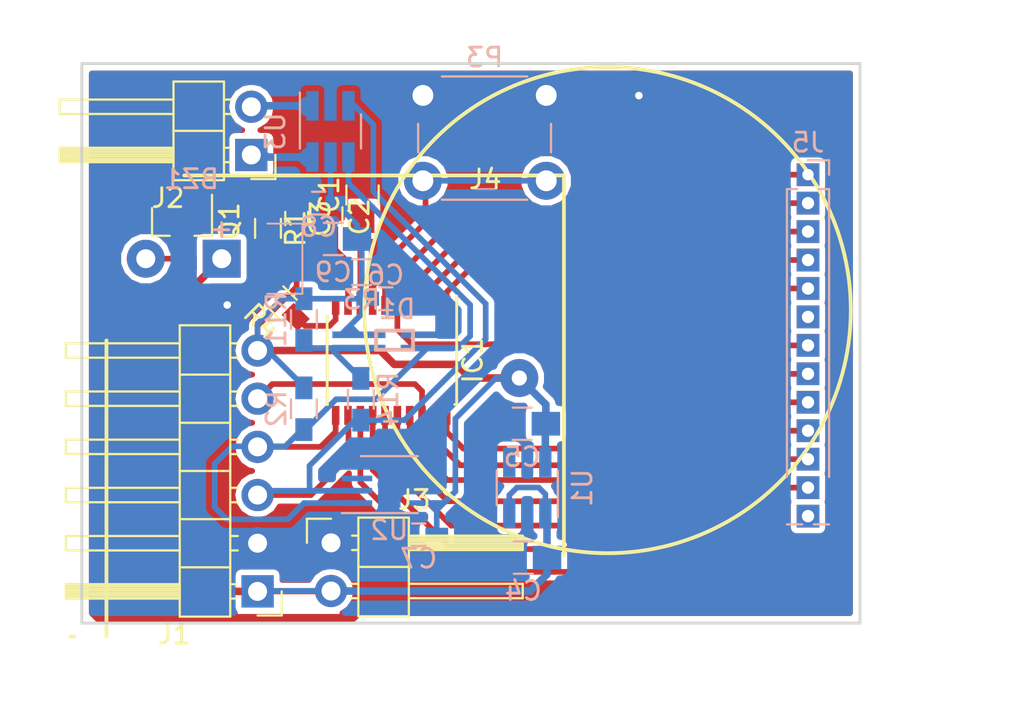
<source format=kicad_pcb>
(kicad_pcb (version 20171130) (host pcbnew 5.0.1)

  (general
    (thickness 1.6)
    (drawings 13)
    (tracks 284)
    (zones 0)
    (modules 28)
    (nets 26)
  )

  (page A4)
  (layers
    (0 F.Cu signal)
    (31 B.Cu signal)
    (32 B.Adhes user)
    (33 F.Adhes user hide)
    (34 B.Paste user)
    (35 F.Paste user)
    (36 B.SilkS user)
    (37 F.SilkS user)
    (38 B.Mask user)
    (39 F.Mask user)
    (40 Dwgs.User user)
    (41 Cmts.User user)
    (42 Eco1.User user)
    (43 Eco2.User user)
    (44 Edge.Cuts user)
    (45 Margin user)
    (46 B.CrtYd user)
    (47 F.CrtYd user)
    (48 B.Fab user hide)
    (49 F.Fab user hide)
  )

  (setup
    (last_trace_width 0.25)
    (user_trace_width 0.3)
    (user_trace_width 0.4)
    (trace_clearance 0.25)
    (zone_clearance 0.3)
    (zone_45_only yes)
    (trace_min 0.2)
    (segment_width 0.2)
    (edge_width 0.15)
    (via_size 0.6)
    (via_drill 0.4)
    (via_min_size 0.4)
    (via_min_drill 0.3)
    (user_via 2 0.8)
    (uvia_size 0.3)
    (uvia_drill 0.1)
    (uvias_allowed no)
    (uvia_min_size 0.2)
    (uvia_min_drill 0.1)
    (pcb_text_width 0.3)
    (pcb_text_size 1.5 1.5)
    (mod_edge_width 0.15)
    (mod_text_size 1 1)
    (mod_text_width 0.15)
    (pad_size 1.7 1.7)
    (pad_drill 1)
    (pad_to_mask_clearance 0.2)
    (solder_mask_min_width 0.25)
    (aux_axis_origin 0 0)
    (visible_elements FFFDBF1F)
    (pcbplotparams
      (layerselection 0x00000_80000001)
      (usegerberextensions false)
      (usegerberattributes false)
      (usegerberadvancedattributes false)
      (creategerberjobfile false)
      (excludeedgelayer false)
      (linewidth 0.100000)
      (plotframeref false)
      (viasonmask false)
      (mode 1)
      (useauxorigin false)
      (hpglpennumber 1)
      (hpglpenspeed 20)
      (hpglpendiameter 15.000000)
      (psnegative false)
      (psa4output false)
      (plotreference true)
      (plotvalue true)
      (plotinvisibletext false)
      (padsonsilk false)
      (subtractmaskfromsilk false)
      (outputformat 4)
      (mirror false)
      (drillshape 1)
      (scaleselection 1)
      (outputdirectory ""))
  )

  (net 0 "")
  (net 1 "Net-(C1-Pad1)")
  (net 2 GND)
  (net 3 VDD)
  (net 4 /sda)
  (net 5 /scl)
  (net 6 /dp)
  (net 7 /g)
  (net 8 /f)
  (net 9 "Net-(IC1-Pad4)")
  (net 10 /c1)
  (net 11 /c2)
  (net 12 /a)
  (net 13 /b)
  (net 14 /c)
  (net 15 /d)
  (net 16 /e)
  (net 17 /c3)
  (net 18 "Net-(IC1-Pad6)")
  (net 19 "Net-(D1-Pad3)")
  (net 20 /bat)
  (net 21 /prg)
  (net 22 "Net-(J2-Pad1)")
  (net 23 "Net-(J2-Pad2)")
  (net 24 "Net-(BZ1-Pad2)")
  (net 25 /buz)

  (net_class Default "Это класс цепей по умолчанию."
    (clearance 0.25)
    (trace_width 0.25)
    (via_dia 0.6)
    (via_drill 0.4)
    (uvia_dia 0.3)
    (uvia_drill 0.1)
    (add_net /a)
    (add_net /b)
    (add_net /bat)
    (add_net /buz)
    (add_net /c)
    (add_net /c1)
    (add_net /c2)
    (add_net /c3)
    (add_net /d)
    (add_net /dp)
    (add_net /e)
    (add_net /f)
    (add_net /g)
    (add_net /prg)
    (add_net /scl)
    (add_net /sda)
    (add_net GND)
    (add_net "Net-(BZ1-Pad2)")
    (add_net "Net-(C1-Pad1)")
    (add_net "Net-(D1-Pad3)")
    (add_net "Net-(IC1-Pad4)")
    (add_net "Net-(IC1-Pad6)")
    (add_net "Net-(J2-Pad1)")
    (add_net "Net-(J2-Pad2)")
    (add_net VDD)
  )

  (module myowndevice:PIN13_Pitch1_5_lcd (layer B.Cu) (tedit 5AE02E96) (tstamp 5B3BD3A3)
    (at 157.26 73.16 180)
    (descr "Through hole straight pin header, 1x13, 1.27mm pitch, single row")
    (tags "Through hole pin header THT 1x13 1.27mm single row")
    (path /5B3BBF94)
    (fp_text reference J5 (at 0 1.695 180) (layer B.SilkS)
      (effects (font (size 1 1) (thickness 0.15)) (justify mirror))
    )
    (fp_text value lcd (at 0.09 -19.51 180) (layer B.Fab)
      (effects (font (size 1 1) (thickness 0.15)) (justify mirror))
    )
    (fp_line (start -0.525 0.635) (end 1.05 0.635) (layer B.Fab) (width 0.1))
    (fp_line (start 1.05 0.635) (end 1.05 -15.875) (layer B.Fab) (width 0.1))
    (fp_line (start 1.05 -18.375) (end -1.05 -18.375) (layer B.Fab) (width 0.1))
    (fp_line (start -1.05 -15.875) (end -1.05 0.11) (layer B.Fab) (width 0.1))
    (fp_line (start -1.05 0.11) (end -0.525 0.635) (layer B.Fab) (width 0.1))
    (fp_line (start -1.11 -18.435) (end -0.30753 -18.435) (layer B.SilkS) (width 0.12))
    (fp_line (start 0.30753 -18.435) (end 1.11 -18.435) (layer B.SilkS) (width 0.12))
    (fp_line (start -1.11 -0.76) (end -1.11 -15.935) (layer B.SilkS) (width 0.12))
    (fp_line (start 1.11 -0.76) (end 1.11 -15.935) (layer B.SilkS) (width 0.12))
    (fp_line (start -1.11 -0.76) (end -0.563471 -0.76) (layer B.SilkS) (width 0.12))
    (fp_line (start 0.563471 -0.76) (end 1.11 -0.76) (layer B.SilkS) (width 0.12))
    (fp_line (start -1.11 0) (end -1.11 0.76) (layer B.SilkS) (width 0.12))
    (fp_line (start -1.11 0.76) (end 0 0.76) (layer B.SilkS) (width 0.12))
    (fp_line (start -1.55 1.15) (end -1.55 -16.4) (layer B.CrtYd) (width 0.05))
    (fp_line (start -1.55 -18.9) (end 1.55 -18.9) (layer B.CrtYd) (width 0.05))
    (fp_line (start 11 -16.4) (end 11 1.15) (layer B.CrtYd) (width 0.05))
    (fp_line (start 1.55 1.15) (end -1.55 1.15) (layer B.CrtYd) (width 0.05))
    (fp_text user %R (at 2 -7.6 90) (layer B.Fab)
      (effects (font (size 1 1) (thickness 0.15)) (justify mirror))
    )
    (pad 1 thru_hole rect (at 0 0 180) (size 1.2 1.2) (drill 0.6) (layers *.Cu *.Mask)
      (net 10 /c1))
    (pad 2 thru_hole rect (at 0 -1.5 180) (size 1.2 1.2) (drill 0.65) (layers *.Cu *.Mask)
      (net 12 /a))
    (pad 3 thru_hole rect (at 0 -3 180) (size 1.2 1.2) (drill 0.65) (layers *.Cu *.Mask)
      (net 8 /f))
    (pad 4 thru_hole rect (at 0 -4.5 180) (size 1.2 1.2) (drill 0.65) (layers *.Cu *.Mask)
      (net 11 /c2))
    (pad 5 thru_hole rect (at 0 -6 180) (size 1.2 1.2) (drill 0.65) (layers *.Cu *.Mask)
      (net 17 /c3))
    (pad 6 thru_hole rect (at 0 -7.5 180) (size 1.2 1.2) (drill 0.65) (layers *.Cu *.Mask))
    (pad 7 thru_hole rect (at 0 -9 180) (size 1.2 1.2) (drill 0.65) (layers *.Cu *.Mask)
      (net 13 /b))
    (pad 8 thru_hole rect (at 0 -10.5 180) (size 1.2 1.2) (drill 0.65) (layers *.Cu *.Mask)
      (net 16 /e))
    (pad 9 thru_hole rect (at 0 -12 180) (size 1.2 1.2) (drill 0.65) (layers *.Cu *.Mask)
      (net 15 /d))
    (pad 10 thru_hole rect (at 0 -13.5 180) (size 1.2 1.2) (drill 0.65) (layers *.Cu *.Mask)
      (net 6 /dp))
    (pad 11 thru_hole rect (at 0 -15 180) (size 1.2 1.2) (drill 0.65) (layers *.Cu *.Mask)
      (net 14 /c))
    (pad 12 thru_hole rect (at 0 -16.5 180) (size 1.2 1.2) (drill 0.65) (layers *.Cu *.Mask)
      (net 7 /g))
    (pad 13 thru_hole rect (at 0 -18 180) (size 1.2 1.2) (drill 0.65) (layers *.Cu *.Mask))
    (model ${KISYS3DMOD}/Pin_Headers.3dshapes/Pin_Header_Straight_1x13_Pitch1.27mm.wrl
      (at (xyz 0 0 0))
      (scale (xyz 1 1 1))
      (rotate (xyz 0 0 0))
    )
  )

  (module Housings_SSOP:SSOP-8_2.95x2.8mm_Pitch0.65mm (layer B.Cu) (tedit 589DBBBD) (tstamp 58C62FB5)
    (at 135.2 89.5)
    (descr "SSOP-8 2.9 x2.8mm Pitch 0.65mm")
    (tags "SSOP-8 2.95x2.8mm Pitch 0.65mm")
    (path /58C5194C)
    (attr smd)
    (fp_text reference U2 (at 0 2.4) (layer B.SilkS)
      (effects (font (size 1 1) (thickness 0.15)) (justify mirror))
    )
    (fp_text value NCT75 (at 0 -2.6) (layer B.Fab)
      (effects (font (size 1 1) (thickness 0.15)) (justify mirror))
    )
    (fp_line (start -2.75 1.65) (end 2.75 1.65) (layer B.CrtYd) (width 0.05))
    (fp_line (start -2.75 -1.65) (end -2.75 1.65) (layer B.CrtYd) (width 0.05))
    (fp_line (start 2.75 -1.65) (end -2.75 -1.65) (layer B.CrtYd) (width 0.05))
    (fp_line (start 2.75 1.65) (end 2.75 -1.65) (layer B.CrtYd) (width 0.05))
    (fp_line (start 1.5 -1.5) (end -1.5 -1.5) (layer B.SilkS) (width 0.12))
    (fp_line (start 1.5 1.5) (end -2.5 1.5) (layer B.SilkS) (width 0.12))
    (fp_line (start -0.475 1.4) (end -1.475 0.7) (layer B.Fab) (width 0.1))
    (fp_line (start -0.475 1.4) (end 1.475 1.4) (layer B.Fab) (width 0.1))
    (fp_line (start -1.475 -1.4) (end -1.475 0.7) (layer B.Fab) (width 0.1))
    (fp_line (start 1.475 -1.4) (end -1.475 -1.4) (layer B.Fab) (width 0.1))
    (fp_line (start 1.475 1.4) (end 1.475 -1.4) (layer B.Fab) (width 0.1))
    (pad 1 smd rect (at -1.7 0.975 90) (size 0.3 1.6) (layers B.Cu B.Paste B.Mask)
      (net 4 /sda))
    (pad 2 smd rect (at -1.7 0.325 90) (size 0.3 1.6) (layers B.Cu B.Paste B.Mask)
      (net 5 /scl))
    (pad 3 smd rect (at -1.7 -0.325 90) (size 0.3 1.6) (layers B.Cu B.Paste B.Mask))
    (pad 4 smd rect (at -1.7 -0.975 90) (size 0.3 1.6) (layers B.Cu B.Paste B.Mask)
      (net 2 GND))
    (pad 5 smd rect (at 1.7 -0.975 90) (size 0.3 1.6) (layers B.Cu B.Paste B.Mask)
      (net 2 GND))
    (pad 6 smd rect (at 1.7 -0.325 90) (size 0.3 1.6) (layers B.Cu B.Paste B.Mask)
      (net 2 GND))
    (pad 7 smd rect (at 1.7 0.325 90) (size 0.3 1.6) (layers B.Cu B.Paste B.Mask)
      (net 2 GND))
    (pad 8 smd rect (at 1.7 0.975 90) (size 0.3 1.6) (layers B.Cu B.Paste B.Mask)
      (net 3 VDD))
  )

  (module Capacitors_SMD:C_0805_HandSoldering (layer F.Cu) (tedit 58AA84A8) (tstamp 58C44E96)
    (at 133.79 74.23 90)
    (descr "Capacitor SMD 0805, hand soldering")
    (tags "capacitor 0805")
    (path /58A707E8)
    (attr smd)
    (fp_text reference C1 (at 0 -1.75 90) (layer F.SilkS)
      (effects (font (size 1 1) (thickness 0.15)))
    )
    (fp_text value 10uf (at 0 1.75 90) (layer F.Fab)
      (effects (font (size 1 1) (thickness 0.15)))
    )
    (fp_text user %R (at 0 -1.75 90) (layer F.Fab)
      (effects (font (size 1 1) (thickness 0.15)))
    )
    (fp_line (start -1 0.62) (end -1 -0.62) (layer F.Fab) (width 0.1))
    (fp_line (start 1 0.62) (end -1 0.62) (layer F.Fab) (width 0.1))
    (fp_line (start 1 -0.62) (end 1 0.62) (layer F.Fab) (width 0.1))
    (fp_line (start -1 -0.62) (end 1 -0.62) (layer F.Fab) (width 0.1))
    (fp_line (start 0.5 -0.85) (end -0.5 -0.85) (layer F.SilkS) (width 0.12))
    (fp_line (start -0.5 0.85) (end 0.5 0.85) (layer F.SilkS) (width 0.12))
    (fp_line (start -2.25 -0.88) (end 2.25 -0.88) (layer F.CrtYd) (width 0.05))
    (fp_line (start -2.25 -0.88) (end -2.25 0.87) (layer F.CrtYd) (width 0.05))
    (fp_line (start 2.25 0.87) (end 2.25 -0.88) (layer F.CrtYd) (width 0.05))
    (fp_line (start 2.25 0.87) (end -2.25 0.87) (layer F.CrtYd) (width 0.05))
    (pad 1 smd rect (at -1.25 0 90) (size 1.5 1.25) (layers F.Cu F.Paste F.Mask)
      (net 1 "Net-(C1-Pad1)"))
    (pad 2 smd rect (at 1.25 0 90) (size 1.5 1.25) (layers F.Cu F.Paste F.Mask)
      (net 2 GND))
    (model Capacitors_SMD.3dshapes/C_0805.wrl
      (at (xyz 0 0 0))
      (scale (xyz 1 1 1))
      (rotate (xyz 0 0 0))
    )
  )

  (module Capacitors_SMD:C_0805_HandSoldering (layer F.Cu) (tedit 58AA84A8) (tstamp 58C44E9C)
    (at 131.88 75.38 270)
    (descr "Capacitor SMD 0805, hand soldering")
    (tags "capacitor 0805")
    (path /58A708AB)
    (attr smd)
    (fp_text reference C2 (at 0 -1.75 270) (layer F.SilkS)
      (effects (font (size 1 1) (thickness 0.15)))
    )
    (fp_text value 1u (at 0 1.75 270) (layer F.Fab)
      (effects (font (size 1 1) (thickness 0.15)))
    )
    (fp_text user %R (at 0 -1.75 270) (layer F.Fab)
      (effects (font (size 1 1) (thickness 0.15)))
    )
    (fp_line (start -1 0.62) (end -1 -0.62) (layer F.Fab) (width 0.1))
    (fp_line (start 1 0.62) (end -1 0.62) (layer F.Fab) (width 0.1))
    (fp_line (start 1 -0.62) (end 1 0.62) (layer F.Fab) (width 0.1))
    (fp_line (start -1 -0.62) (end 1 -0.62) (layer F.Fab) (width 0.1))
    (fp_line (start 0.5 -0.85) (end -0.5 -0.85) (layer F.SilkS) (width 0.12))
    (fp_line (start -0.5 0.85) (end 0.5 0.85) (layer F.SilkS) (width 0.12))
    (fp_line (start -2.25 -0.88) (end 2.25 -0.88) (layer F.CrtYd) (width 0.05))
    (fp_line (start -2.25 -0.88) (end -2.25 0.87) (layer F.CrtYd) (width 0.05))
    (fp_line (start 2.25 0.87) (end 2.25 -0.88) (layer F.CrtYd) (width 0.05))
    (fp_line (start 2.25 0.87) (end -2.25 0.87) (layer F.CrtYd) (width 0.05))
    (pad 1 smd rect (at -1.25 0 270) (size 1.5 1.25) (layers F.Cu F.Paste F.Mask)
      (net 2 GND))
    (pad 2 smd rect (at 1.25 0 270) (size 1.5 1.25) (layers F.Cu F.Paste F.Mask)
      (net 3 VDD))
    (model Capacitors_SMD.3dshapes/C_0805.wrl
      (at (xyz 0 0 0))
      (scale (xyz 1 1 1))
      (rotate (xyz 0 0 0))
    )
  )

  (module Capacitors_SMD:C_0603_HandSoldering (layer F.Cu) (tedit 58AA848B) (tstamp 58C44EA2)
    (at 130.32 75.47 270)
    (descr "Capacitor SMD 0603, hand soldering")
    (tags "capacitor 0603")
    (path /58A708E2)
    (attr smd)
    (fp_text reference C3 (at 0 -1.25 270) (layer F.SilkS)
      (effects (font (size 1 1) (thickness 0.15)))
    )
    (fp_text value 100n (at 0 1.5 270) (layer F.Fab)
      (effects (font (size 1 1) (thickness 0.15)))
    )
    (fp_text user %R (at 0 -1.25 270) (layer F.Fab)
      (effects (font (size 1 1) (thickness 0.15)))
    )
    (fp_line (start -0.8 0.4) (end -0.8 -0.4) (layer F.Fab) (width 0.1))
    (fp_line (start 0.8 0.4) (end -0.8 0.4) (layer F.Fab) (width 0.1))
    (fp_line (start 0.8 -0.4) (end 0.8 0.4) (layer F.Fab) (width 0.1))
    (fp_line (start -0.8 -0.4) (end 0.8 -0.4) (layer F.Fab) (width 0.1))
    (fp_line (start -0.35 -0.6) (end 0.35 -0.6) (layer F.SilkS) (width 0.12))
    (fp_line (start 0.35 0.6) (end -0.35 0.6) (layer F.SilkS) (width 0.12))
    (fp_line (start -1.8 -0.65) (end 1.8 -0.65) (layer F.CrtYd) (width 0.05))
    (fp_line (start -1.8 -0.65) (end -1.8 0.65) (layer F.CrtYd) (width 0.05))
    (fp_line (start 1.8 0.65) (end 1.8 -0.65) (layer F.CrtYd) (width 0.05))
    (fp_line (start 1.8 0.65) (end -1.8 0.65) (layer F.CrtYd) (width 0.05))
    (pad 1 smd rect (at -0.95 0 270) (size 1.2 0.75) (layers F.Cu F.Paste F.Mask)
      (net 2 GND))
    (pad 2 smd rect (at 0.95 0 270) (size 1.2 0.75) (layers F.Cu F.Paste F.Mask)
      (net 3 VDD))
    (model Capacitors_SMD.3dshapes/C_0603.wrl
      (at (xyz 0 0 0))
      (scale (xyz 1 1 1))
      (rotate (xyz 0 0 0))
    )
  )

  (module Capacitors_SMD:C_0805_HandSoldering (layer B.Cu) (tedit 58AA84A8) (tstamp 58C44EA8)
    (at 142.26 93.35)
    (descr "Capacitor SMD 0805, hand soldering")
    (tags "capacitor 0805")
    (path /58A723FB)
    (attr smd)
    (fp_text reference C4 (at 0 1.75) (layer B.SilkS)
      (effects (font (size 1 1) (thickness 0.15)) (justify mirror))
    )
    (fp_text value 1u (at 0 -1.75) (layer B.Fab)
      (effects (font (size 1 1) (thickness 0.15)) (justify mirror))
    )
    (fp_text user %R (at 0 1.75) (layer B.Fab)
      (effects (font (size 1 1) (thickness 0.15)) (justify mirror))
    )
    (fp_line (start -1 -0.62) (end -1 0.62) (layer B.Fab) (width 0.1))
    (fp_line (start 1 -0.62) (end -1 -0.62) (layer B.Fab) (width 0.1))
    (fp_line (start 1 0.62) (end 1 -0.62) (layer B.Fab) (width 0.1))
    (fp_line (start -1 0.62) (end 1 0.62) (layer B.Fab) (width 0.1))
    (fp_line (start 0.5 0.85) (end -0.5 0.85) (layer B.SilkS) (width 0.12))
    (fp_line (start -0.5 -0.85) (end 0.5 -0.85) (layer B.SilkS) (width 0.12))
    (fp_line (start -2.25 0.88) (end 2.25 0.88) (layer B.CrtYd) (width 0.05))
    (fp_line (start -2.25 0.88) (end -2.25 -0.87) (layer B.CrtYd) (width 0.05))
    (fp_line (start 2.25 -0.87) (end 2.25 0.88) (layer B.CrtYd) (width 0.05))
    (fp_line (start 2.25 -0.87) (end -2.25 -0.87) (layer B.CrtYd) (width 0.05))
    (pad 1 smd rect (at -1.25 0) (size 1.5 1.25) (layers B.Cu B.Paste B.Mask)
      (net 2 GND))
    (pad 2 smd rect (at 1.25 0) (size 1.5 1.25) (layers B.Cu B.Paste B.Mask)
      (net 20 /bat))
    (model Capacitors_SMD.3dshapes/C_0805.wrl
      (at (xyz 0 0 0))
      (scale (xyz 1 1 1))
      (rotate (xyz 0 0 0))
    )
  )

  (module Capacitors_SMD:C_0805_HandSoldering (layer B.Cu) (tedit 58AA84A8) (tstamp 58C44EAE)
    (at 142.2 86.29)
    (descr "Capacitor SMD 0805, hand soldering")
    (tags "capacitor 0805")
    (path /58A7239B)
    (attr smd)
    (fp_text reference C5 (at 0 1.75) (layer B.SilkS)
      (effects (font (size 1 1) (thickness 0.15)) (justify mirror))
    )
    (fp_text value 1u (at 0 -1.75) (layer B.Fab)
      (effects (font (size 1 1) (thickness 0.15)) (justify mirror))
    )
    (fp_text user %R (at 0 1.75) (layer B.Fab)
      (effects (font (size 1 1) (thickness 0.15)) (justify mirror))
    )
    (fp_line (start -1 -0.62) (end -1 0.62) (layer B.Fab) (width 0.1))
    (fp_line (start 1 -0.62) (end -1 -0.62) (layer B.Fab) (width 0.1))
    (fp_line (start 1 0.62) (end 1 -0.62) (layer B.Fab) (width 0.1))
    (fp_line (start -1 0.62) (end 1 0.62) (layer B.Fab) (width 0.1))
    (fp_line (start 0.5 0.85) (end -0.5 0.85) (layer B.SilkS) (width 0.12))
    (fp_line (start -0.5 -0.85) (end 0.5 -0.85) (layer B.SilkS) (width 0.12))
    (fp_line (start -2.25 0.88) (end 2.25 0.88) (layer B.CrtYd) (width 0.05))
    (fp_line (start -2.25 0.88) (end -2.25 -0.87) (layer B.CrtYd) (width 0.05))
    (fp_line (start 2.25 -0.87) (end 2.25 0.88) (layer B.CrtYd) (width 0.05))
    (fp_line (start 2.25 -0.87) (end -2.25 -0.87) (layer B.CrtYd) (width 0.05))
    (pad 1 smd rect (at -1.25 0) (size 1.5 1.25) (layers B.Cu B.Paste B.Mask)
      (net 2 GND))
    (pad 2 smd rect (at 1.25 0) (size 1.5 1.25) (layers B.Cu B.Paste B.Mask)
      (net 3 VDD))
    (model Capacitors_SMD.3dshapes/C_0805.wrl
      (at (xyz 0 0 0))
      (scale (xyz 1 1 1))
      (rotate (xyz 0 0 0))
    )
  )

  (module Resistors_SMD:R_0603_HandSoldering (layer B.Cu) (tedit 58AAD9E8) (tstamp 58C44F49)
    (at 130.7 85.5 270)
    (descr "Resistor SMD 0603, hand soldering")
    (tags "resistor 0603")
    (path /58A70B39)
    (attr smd)
    (fp_text reference R2 (at 0 1.45 270) (layer B.SilkS)
      (effects (font (size 1 1) (thickness 0.15)) (justify mirror))
    )
    (fp_text value 3k (at 0 -1.55 270) (layer B.Fab)
      (effects (font (size 1 1) (thickness 0.15)) (justify mirror))
    )
    (fp_text user %R (at 0 1.45 270) (layer B.Fab)
      (effects (font (size 1 1) (thickness 0.15)) (justify mirror))
    )
    (fp_line (start -0.8 -0.4) (end -0.8 0.4) (layer B.Fab) (width 0.1))
    (fp_line (start 0.8 -0.4) (end -0.8 -0.4) (layer B.Fab) (width 0.1))
    (fp_line (start 0.8 0.4) (end 0.8 -0.4) (layer B.Fab) (width 0.1))
    (fp_line (start -0.8 0.4) (end 0.8 0.4) (layer B.Fab) (width 0.1))
    (fp_line (start 0.5 -0.68) (end -0.5 -0.68) (layer B.SilkS) (width 0.12))
    (fp_line (start -0.5 0.68) (end 0.5 0.68) (layer B.SilkS) (width 0.12))
    (fp_line (start -1.96 0.7) (end 1.95 0.7) (layer B.CrtYd) (width 0.05))
    (fp_line (start -1.96 0.7) (end -1.96 -0.7) (layer B.CrtYd) (width 0.05))
    (fp_line (start 1.95 -0.7) (end 1.95 0.7) (layer B.CrtYd) (width 0.05))
    (fp_line (start 1.95 -0.7) (end -1.96 -0.7) (layer B.CrtYd) (width 0.05))
    (pad 1 smd rect (at -1.1 0 270) (size 1.2 0.9) (layers B.Cu B.Paste B.Mask)
      (net 3 VDD))
    (pad 2 smd rect (at 1.1 0 270) (size 1.2 0.9) (layers B.Cu B.Paste B.Mask)
      (net 4 /sda))
    (model Resistors_SMD.3dshapes/R_0603.wrl
      (at (xyz 0 0 0))
      (scale (xyz 1 1 1))
      (rotate (xyz 0 0 0))
    )
  )

  (module Resistors_SMD:R_0603_HandSoldering (layer B.Cu) (tedit 58AAD9E8) (tstamp 58C44FE2)
    (at 130.7 80.8 270)
    (descr "Resistor SMD 0603, hand soldering")
    (tags "resistor 0603")
    (path /58A70B0A)
    (attr smd)
    (fp_text reference R11 (at 0 1.45 270) (layer B.SilkS)
      (effects (font (size 1 1) (thickness 0.15)) (justify mirror))
    )
    (fp_text value 3k (at 0 -1.55 270) (layer B.Fab)
      (effects (font (size 1 1) (thickness 0.15)) (justify mirror))
    )
    (fp_text user %R (at 0 1.45 270) (layer B.Fab)
      (effects (font (size 1 1) (thickness 0.15)) (justify mirror))
    )
    (fp_line (start -0.8 -0.4) (end -0.8 0.4) (layer B.Fab) (width 0.1))
    (fp_line (start 0.8 -0.4) (end -0.8 -0.4) (layer B.Fab) (width 0.1))
    (fp_line (start 0.8 0.4) (end 0.8 -0.4) (layer B.Fab) (width 0.1))
    (fp_line (start -0.8 0.4) (end 0.8 0.4) (layer B.Fab) (width 0.1))
    (fp_line (start 0.5 -0.68) (end -0.5 -0.68) (layer B.SilkS) (width 0.12))
    (fp_line (start -0.5 0.68) (end 0.5 0.68) (layer B.SilkS) (width 0.12))
    (fp_line (start -1.96 0.7) (end 1.95 0.7) (layer B.CrtYd) (width 0.05))
    (fp_line (start -1.96 0.7) (end -1.96 -0.7) (layer B.CrtYd) (width 0.05))
    (fp_line (start 1.95 -0.7) (end 1.95 0.7) (layer B.CrtYd) (width 0.05))
    (fp_line (start 1.95 -0.7) (end -1.96 -0.7) (layer B.CrtYd) (width 0.05))
    (pad 1 smd rect (at -1.1 0 270) (size 1.2 0.9) (layers B.Cu B.Paste B.Mask)
      (net 3 VDD))
    (pad 2 smd rect (at 1.1 0 270) (size 1.2 0.9) (layers B.Cu B.Paste B.Mask)
      (net 19 "Net-(D1-Pad3)"))
    (model Resistors_SMD.3dshapes/R_0603.wrl
      (at (xyz 0 0 0))
      (scale (xyz 1 1 1))
      (rotate (xyz 0 0 0))
    )
  )

  (module TO_SOT_Packages_SMD:SOT-23-5_HandSoldering (layer B.Cu) (tedit 583F3A3F) (tstamp 58C45018)
    (at 142.47 89.67 90)
    (descr "5-pin SOT23 package")
    (tags "SOT-23-5 hand-soldering")
    (path /58A72287)
    (attr smd)
    (fp_text reference U1 (at 0 2.9 90) (layer B.SilkS)
      (effects (font (size 1 1) (thickness 0.15)) (justify mirror))
    )
    (fp_text value NCP551sn33 (at 0 -2.9 90) (layer B.Fab)
      (effects (font (size 1 1) (thickness 0.15)) (justify mirror))
    )
    (fp_line (start -0.9 -1.61) (end 0.9 -1.61) (layer B.SilkS) (width 0.12))
    (fp_line (start 0.9 1.61) (end -1.55 1.61) (layer B.SilkS) (width 0.12))
    (fp_line (start -0.9 0.9) (end -0.25 1.55) (layer B.Fab) (width 0.1))
    (fp_line (start 0.9 1.55) (end -0.25 1.55) (layer B.Fab) (width 0.1))
    (fp_line (start -0.9 0.9) (end -0.9 -1.55) (layer B.Fab) (width 0.1))
    (fp_line (start 0.9 -1.55) (end -0.9 -1.55) (layer B.Fab) (width 0.1))
    (fp_line (start 0.9 1.55) (end 0.9 -1.55) (layer B.Fab) (width 0.1))
    (fp_line (start -2.38 1.8) (end 2.38 1.8) (layer B.CrtYd) (width 0.05))
    (fp_line (start -2.38 1.8) (end -2.38 -1.8) (layer B.CrtYd) (width 0.05))
    (fp_line (start 2.38 -1.8) (end 2.38 1.8) (layer B.CrtYd) (width 0.05))
    (fp_line (start 2.38 -1.8) (end -2.38 -1.8) (layer B.CrtYd) (width 0.05))
    (pad 1 smd rect (at -1.35 0.95 90) (size 1.56 0.65) (layers B.Cu B.Paste B.Mask)
      (net 20 /bat))
    (pad 2 smd rect (at -1.35 0 90) (size 1.56 0.65) (layers B.Cu B.Paste B.Mask)
      (net 2 GND))
    (pad 3 smd rect (at -1.35 -0.95 90) (size 1.56 0.65) (layers B.Cu B.Paste B.Mask)
      (net 20 /bat))
    (pad 4 smd rect (at 1.35 -0.95 90) (size 1.56 0.65) (layers B.Cu B.Paste B.Mask))
    (pad 5 smd rect (at 1.35 0.95 90) (size 1.56 0.65) (layers B.Cu B.Paste B.Mask)
      (net 3 VDD))
    (model TO_SOT_Packages_SMD.3dshapes\SOT-23-5.wrl
      (at (xyz 0 0 0))
      (scale (xyz 1 1 1))
      (rotate (xyz 0 0 0))
    )
  )

  (module Capacitors_SMD:C_0603_HandSoldering (layer B.Cu) (tedit 58AA848B) (tstamp 58C62F9E)
    (at 136.75 92.15)
    (descr "Capacitor SMD 0603, hand soldering")
    (tags "capacitor 0603")
    (path /58C631D3)
    (attr smd)
    (fp_text reference C7 (at 0 1.25) (layer B.SilkS)
      (effects (font (size 1 1) (thickness 0.15)) (justify mirror))
    )
    (fp_text value 100n (at 0 -1.5) (layer B.Fab)
      (effects (font (size 1 1) (thickness 0.15)) (justify mirror))
    )
    (fp_text user %R (at 0 1.25) (layer B.Fab)
      (effects (font (size 1 1) (thickness 0.15)) (justify mirror))
    )
    (fp_line (start -0.8 -0.4) (end -0.8 0.4) (layer B.Fab) (width 0.1))
    (fp_line (start 0.8 -0.4) (end -0.8 -0.4) (layer B.Fab) (width 0.1))
    (fp_line (start 0.8 0.4) (end 0.8 -0.4) (layer B.Fab) (width 0.1))
    (fp_line (start -0.8 0.4) (end 0.8 0.4) (layer B.Fab) (width 0.1))
    (fp_line (start -0.35 0.6) (end 0.35 0.6) (layer B.SilkS) (width 0.12))
    (fp_line (start 0.35 -0.6) (end -0.35 -0.6) (layer B.SilkS) (width 0.12))
    (fp_line (start -1.8 0.65) (end 1.8 0.65) (layer B.CrtYd) (width 0.05))
    (fp_line (start -1.8 0.65) (end -1.8 -0.65) (layer B.CrtYd) (width 0.05))
    (fp_line (start 1.8 -0.65) (end 1.8 0.65) (layer B.CrtYd) (width 0.05))
    (fp_line (start 1.8 -0.65) (end -1.8 -0.65) (layer B.CrtYd) (width 0.05))
    (pad 1 smd rect (at -0.95 0) (size 1.2 0.75) (layers B.Cu B.Paste B.Mask)
      (net 2 GND))
    (pad 2 smd rect (at 0.95 0) (size 1.2 0.75) (layers B.Cu B.Paste B.Mask)
      (net 3 VDD))
    (model Capacitors_SMD.3dshapes/C_0603.wrl
      (at (xyz 0 0 0))
      (scale (xyz 1 1 1))
      (rotate (xyz 0 0 0))
    )
  )

  (module Resistors_SMD:R_0603_HandSoldering (layer B.Cu) (tedit 58AAD9E8) (tstamp 58E0BC8C)
    (at 133.7 85 90)
    (descr "Resistor SMD 0603, hand soldering")
    (tags "resistor 0603")
    (path /58E0C082)
    (attr smd)
    (fp_text reference R14 (at 0 1.45 90) (layer B.SilkS)
      (effects (font (size 1 1) (thickness 0.15)) (justify mirror))
    )
    (fp_text value 0 (at 0 -1.55 90) (layer B.Fab)
      (effects (font (size 1 1) (thickness 0.15)) (justify mirror))
    )
    (fp_text user %R (at 0 1.45 90) (layer B.Fab)
      (effects (font (size 1 1) (thickness 0.15)) (justify mirror))
    )
    (fp_line (start -0.8 -0.4) (end -0.8 0.4) (layer B.Fab) (width 0.1))
    (fp_line (start 0.8 -0.4) (end -0.8 -0.4) (layer B.Fab) (width 0.1))
    (fp_line (start 0.8 0.4) (end 0.8 -0.4) (layer B.Fab) (width 0.1))
    (fp_line (start -0.8 0.4) (end 0.8 0.4) (layer B.Fab) (width 0.1))
    (fp_line (start 0.5 -0.68) (end -0.5 -0.68) (layer B.SilkS) (width 0.12))
    (fp_line (start -0.5 0.68) (end 0.5 0.68) (layer B.SilkS) (width 0.12))
    (fp_line (start -1.96 0.7) (end 1.95 0.7) (layer B.CrtYd) (width 0.05))
    (fp_line (start -1.96 0.7) (end -1.96 -0.7) (layer B.CrtYd) (width 0.05))
    (fp_line (start 1.95 -0.7) (end 1.95 0.7) (layer B.CrtYd) (width 0.05))
    (fp_line (start 1.95 -0.7) (end -1.96 -0.7) (layer B.CrtYd) (width 0.05))
    (pad 1 smd rect (at -1.1 0 90) (size 1.2 0.9) (layers B.Cu B.Paste B.Mask)
      (net 5 /scl))
    (pad 2 smd rect (at 1.1 0 90) (size 1.2 0.9) (layers B.Cu B.Paste B.Mask)
      (net 19 "Net-(D1-Pad3)"))
    (model Resistors_SMD.3dshapes/R_0603.wrl
      (at (xyz 0 0 0))
      (scale (xyz 1 1 1))
      (rotate (xyz 0 0 0))
    )
  )

  (module Capacitors_SMD:C_0603_HandSoldering (layer B.Cu) (tedit 58AA848B) (tstamp 58E382CB)
    (at 131.48 74.66)
    (descr "Capacitor SMD 0603, hand soldering")
    (tags "capacitor 0603")
    (path /58E38E8D)
    (attr smd)
    (fp_text reference C8 (at 0 1.25) (layer B.SilkS)
      (effects (font (size 1 1) (thickness 0.15)) (justify mirror))
    )
    (fp_text value 100n (at 0 -1.5) (layer B.Fab)
      (effects (font (size 1 1) (thickness 0.15)) (justify mirror))
    )
    (fp_text user %R (at 0 1.25) (layer B.Fab)
      (effects (font (size 1 1) (thickness 0.15)) (justify mirror))
    )
    (fp_line (start -0.8 -0.4) (end -0.8 0.4) (layer B.Fab) (width 0.1))
    (fp_line (start 0.8 -0.4) (end -0.8 -0.4) (layer B.Fab) (width 0.1))
    (fp_line (start 0.8 0.4) (end 0.8 -0.4) (layer B.Fab) (width 0.1))
    (fp_line (start -0.8 0.4) (end 0.8 0.4) (layer B.Fab) (width 0.1))
    (fp_line (start -0.35 0.6) (end 0.35 0.6) (layer B.SilkS) (width 0.12))
    (fp_line (start 0.35 -0.6) (end -0.35 -0.6) (layer B.SilkS) (width 0.12))
    (fp_line (start -1.8 0.65) (end 1.8 0.65) (layer B.CrtYd) (width 0.05))
    (fp_line (start -1.8 0.65) (end -1.8 -0.65) (layer B.CrtYd) (width 0.05))
    (fp_line (start 1.8 -0.65) (end 1.8 0.65) (layer B.CrtYd) (width 0.05))
    (fp_line (start 1.8 -0.65) (end -1.8 -0.65) (layer B.CrtYd) (width 0.05))
    (pad 1 smd rect (at -0.95 0) (size 1.2 0.75) (layers B.Cu B.Paste B.Mask)
      (net 2 GND))
    (pad 2 smd rect (at 0.95 0) (size 1.2 0.75) (layers B.Cu B.Paste B.Mask)
      (net 3 VDD))
    (model Capacitors_SMD.3dshapes/C_0603.wrl
      (at (xyz 0 0 0))
      (scale (xyz 1 1 1))
      (rotate (xyz 0 0 0))
    )
  )

  (module Capacitors_SMD:C_0805_HandSoldering (layer B.Cu) (tedit 58AA84A8) (tstamp 58E382DC)
    (at 132.25 76.55)
    (descr "Capacitor SMD 0805, hand soldering")
    (tags "capacitor 0805")
    (path /58E38E09)
    (attr smd)
    (fp_text reference C9 (at 0 1.75) (layer B.SilkS)
      (effects (font (size 1 1) (thickness 0.15)) (justify mirror))
    )
    (fp_text value 10uf (at 0 -1.75) (layer B.Fab)
      (effects (font (size 1 1) (thickness 0.15)) (justify mirror))
    )
    (fp_text user %R (at 0 1.75) (layer B.Fab)
      (effects (font (size 1 1) (thickness 0.15)) (justify mirror))
    )
    (fp_line (start -1 -0.62) (end -1 0.62) (layer B.Fab) (width 0.1))
    (fp_line (start 1 -0.62) (end -1 -0.62) (layer B.Fab) (width 0.1))
    (fp_line (start 1 0.62) (end 1 -0.62) (layer B.Fab) (width 0.1))
    (fp_line (start -1 0.62) (end 1 0.62) (layer B.Fab) (width 0.1))
    (fp_line (start 0.5 0.85) (end -0.5 0.85) (layer B.SilkS) (width 0.12))
    (fp_line (start -0.5 -0.85) (end 0.5 -0.85) (layer B.SilkS) (width 0.12))
    (fp_line (start -2.25 0.88) (end 2.25 0.88) (layer B.CrtYd) (width 0.05))
    (fp_line (start -2.25 0.88) (end -2.25 -0.87) (layer B.CrtYd) (width 0.05))
    (fp_line (start 2.25 -0.87) (end 2.25 0.88) (layer B.CrtYd) (width 0.05))
    (fp_line (start 2.25 -0.87) (end -2.25 -0.87) (layer B.CrtYd) (width 0.05))
    (pad 1 smd rect (at -1.25 0) (size 1.5 1.25) (layers B.Cu B.Paste B.Mask)
      (net 2 GND))
    (pad 2 smd rect (at 1.25 0) (size 1.5 1.25) (layers B.Cu B.Paste B.Mask)
      (net 3 VDD))
    (model Capacitors_SMD.3dshapes/C_0805.wrl
      (at (xyz 0 0 0))
      (scale (xyz 1 1 1))
      (rotate (xyz 0 0 0))
    )
  )

  (module TO_SOT_Packages_SMD:SOT-23-6_Handsoldering (layer B.Cu) (tedit 58CE4E7E) (tstamp 58E385B4)
    (at 132.1 70.88 270)
    (descr "6-pin SOT-23 package, Handsoldering")
    (tags "SOT-23-6 Handsoldering")
    (path /58E38B3A)
    (attr smd)
    (fp_text reference U3 (at 0 2.9 270) (layer B.SilkS)
      (effects (font (size 1 1) (thickness 0.15)) (justify mirror))
    )
    (fp_text value MCP3421A0T-E/CH (at 0 -2.9 270) (layer B.Fab)
      (effects (font (size 1 1) (thickness 0.15)) (justify mirror))
    )
    (fp_text user %R (at 0 0 270) (layer B.Fab)
      (effects (font (size 0.5 0.5) (thickness 0.075)) (justify mirror))
    )
    (fp_line (start -0.9 -1.61) (end 0.9 -1.61) (layer B.SilkS) (width 0.12))
    (fp_line (start 0.9 1.61) (end -2.05 1.61) (layer B.SilkS) (width 0.12))
    (fp_line (start -2.4 -1.8) (end -2.4 1.8) (layer B.CrtYd) (width 0.05))
    (fp_line (start 2.4 -1.8) (end -2.4 -1.8) (layer B.CrtYd) (width 0.05))
    (fp_line (start 2.4 1.8) (end 2.4 -1.8) (layer B.CrtYd) (width 0.05))
    (fp_line (start -2.4 1.8) (end 2.4 1.8) (layer B.CrtYd) (width 0.05))
    (fp_line (start -0.9 0.9) (end -0.25 1.55) (layer B.Fab) (width 0.1))
    (fp_line (start 0.9 1.55) (end -0.25 1.55) (layer B.Fab) (width 0.1))
    (fp_line (start -0.9 0.9) (end -0.9 -1.55) (layer B.Fab) (width 0.1))
    (fp_line (start 0.9 -1.55) (end -0.9 -1.55) (layer B.Fab) (width 0.1))
    (fp_line (start 0.9 1.55) (end 0.9 -1.55) (layer B.Fab) (width 0.1))
    (pad 1 smd rect (at -1.35 0.95 270) (size 1.56 0.65) (layers B.Cu B.Paste B.Mask)
      (net 23 "Net-(J2-Pad2)"))
    (pad 2 smd rect (at -1.35 0 270) (size 1.56 0.65) (layers B.Cu B.Paste B.Mask)
      (net 2 GND))
    (pad 3 smd rect (at -1.35 -0.95 270) (size 1.56 0.65) (layers B.Cu B.Paste B.Mask)
      (net 5 /scl))
    (pad 4 smd rect (at 1.35 -0.95 270) (size 1.56 0.65) (layers B.Cu B.Paste B.Mask)
      (net 4 /sda))
    (pad 6 smd rect (at 1.35 0.95 270) (size 1.56 0.65) (layers B.Cu B.Paste B.Mask)
      (net 22 "Net-(J2-Pad1)"))
    (pad 5 smd rect (at 1.35 0 270) (size 1.56 0.65) (layers B.Cu B.Paste B.Mask)
      (net 3 VDD))
    (model ${KISYS3DMOD}/TO_SOT_Packages_SMD.3dshapes/SOT-23-6.wrl
      (at (xyz 0 0 0))
      (scale (xyz 1 1 1))
      (rotate (xyz 0 0 0))
    )
  )

  (module mylibpcb:veml6075 (layer B.Cu) (tedit 58F7A862) (tstamp 58F7A977)
    (at 136.4 81.6 180)
    (descr "SMD Crystal Oscillator Seiko Epson SG-8002CA https://support.epson.biz/td/api/doc_check.php?mode=dl&lang=en&Parts=SG-8002DC, hand-soldering, 7.0x5.0mm^2 package")
    (tags "SMD SMT crystal oscillator hand-soldering")
    (path /58A70456)
    (attr smd)
    (fp_text reference D1 (at 0.8 1.35 180) (layer B.SilkS)
      (effects (font (size 1 1) (thickness 0.15)) (justify mirror))
    )
    (fp_text value veml6075 (at 1 -2 180) (layer B.Fab)
      (effects (font (size 1 1) (thickness 0.15)) (justify mirror))
    )
    (pad 1 smd rect (at -0.8 0 180) (size 2.8 0.35) (layers B.Cu B.Mask)
      (net 2 GND))
    (pad 2 smd rect (at -0.8 -0.7 180) (size 2.8 0.35) (layers B.Cu B.Mask)
      (net 4 /sda))
    (pad 3 smd rect (at 2.8 -0.7 180) (size 2.8 0.35) (layers B.Cu B.Mask)
      (net 19 "Net-(D1-Pad3)"))
    (pad 4 smd rect (at 2.8 0 180) (size 2.8 0.35) (layers B.Cu B.Mask)
      (net 3 VDD))
    (model Oscillators.3dshapes/Oscillator_SMD_SeikoEpson_SG8002CA-4pin_7.0x5.0mm_HandSoldering.wrl
      (at (xyz 0 0 0))
      (scale (xyz 1 1 1))
      (rotate (xyz 0 0 0))
    )
  )

  (module Housings_SSOP:SSOP-20_4.4x6.5mm_Pitch0.65mm (layer F.Cu) (tedit 57AFAF80) (tstamp 59FF39E4)
    (at 135.3 82.95 270)
    (descr "SSOP20: plastic shrink small outline package; 20 leads; body width 4.4 mm; (see NXP SSOP-TSSOP-VSO-REFLOW.pdf and sot266-1_po.pdf)")
    (tags "SSOP 0.65")
    (path /58A70280)
    (attr smd)
    (fp_text reference IC1 (at 0 -4.3 270) (layer F.SilkS)
      (effects (font (size 1 1) (thickness 0.15)))
    )
    (fp_text value STM8S003F3P (at 0 4.3 270) (layer F.Fab)
      (effects (font (size 1 1) (thickness 0.15)))
    )
    (fp_line (start -1.2 -3.25) (end 2.2 -3.25) (layer F.Fab) (width 0.15))
    (fp_line (start 2.2 -3.25) (end 2.2 3.25) (layer F.Fab) (width 0.15))
    (fp_line (start 2.2 3.25) (end -2.2 3.25) (layer F.Fab) (width 0.15))
    (fp_line (start -2.2 3.25) (end -2.2 -2.25) (layer F.Fab) (width 0.15))
    (fp_line (start -2.2 -2.25) (end -1.2 -3.25) (layer F.Fab) (width 0.15))
    (fp_line (start -3.65 -3.55) (end -3.65 3.55) (layer F.CrtYd) (width 0.05))
    (fp_line (start 3.65 -3.55) (end 3.65 3.55) (layer F.CrtYd) (width 0.05))
    (fp_line (start -3.65 -3.55) (end 3.65 -3.55) (layer F.CrtYd) (width 0.05))
    (fp_line (start -3.65 3.55) (end 3.65 3.55) (layer F.CrtYd) (width 0.05))
    (fp_line (start 2.325 -3.45) (end 2.325 -3.35) (layer F.SilkS) (width 0.15))
    (fp_line (start 2.325 3.375) (end 2.325 3.35) (layer F.SilkS) (width 0.15))
    (fp_line (start -2.325 3.375) (end -2.325 3.35) (layer F.SilkS) (width 0.15))
    (fp_line (start -3.4 -3.45) (end 2.325 -3.45) (layer F.SilkS) (width 0.15))
    (fp_line (start -2.325 3.375) (end 2.325 3.375) (layer F.SilkS) (width 0.15))
    (fp_text user %R (at 0 0 270) (layer F.Fab)
      (effects (font (size 0.8 0.8) (thickness 0.15)))
    )
    (pad 1 smd rect (at -2.9 -2.925 270) (size 1 0.4) (layers F.Cu F.Paste F.Mask)
      (net 8 /f))
    (pad 2 smd rect (at -2.9 -2.275 270) (size 1 0.4) (layers F.Cu F.Paste F.Mask)
      (net 12 /a))
    (pad 3 smd rect (at -2.9 -1.625 270) (size 1 0.4) (layers F.Cu F.Paste F.Mask)
      (net 10 /c1))
    (pad 4 smd rect (at -2.9 -0.975 270) (size 1 0.4) (layers F.Cu F.Paste F.Mask)
      (net 9 "Net-(IC1-Pad4)"))
    (pad 5 smd rect (at -2.9 -0.325 270) (size 1 0.4) (layers F.Cu F.Paste F.Mask)
      (net 11 /c2))
    (pad 6 smd rect (at -2.9 0.325 270) (size 1 0.4) (layers F.Cu F.Paste F.Mask)
      (net 18 "Net-(IC1-Pad6)"))
    (pad 7 smd rect (at -2.9 0.975 270) (size 1 0.4) (layers F.Cu F.Paste F.Mask)
      (net 2 GND))
    (pad 8 smd rect (at -2.9 1.625 270) (size 1 0.4) (layers F.Cu F.Paste F.Mask)
      (net 1 "Net-(C1-Pad1)"))
    (pad 9 smd rect (at -2.9 2.275 270) (size 1 0.4) (layers F.Cu F.Paste F.Mask)
      (net 3 VDD))
    (pad 10 smd rect (at -2.9 2.925 270) (size 1 0.4) (layers F.Cu F.Paste F.Mask)
      (net 25 /buz))
    (pad 11 smd rect (at 2.9 2.925 270) (size 1 0.4) (layers F.Cu F.Paste F.Mask)
      (net 4 /sda))
    (pad 12 smd rect (at 2.9 2.275 270) (size 1 0.4) (layers F.Cu F.Paste F.Mask)
      (net 5 /scl))
    (pad 13 smd rect (at 2.9 1.625 270) (size 1 0.4) (layers F.Cu F.Paste F.Mask)
      (net 7 /g))
    (pad 14 smd rect (at 2.9 0.975 270) (size 1 0.4) (layers F.Cu F.Paste F.Mask)
      (net 14 /c))
    (pad 15 smd rect (at 2.9 0.325 270) (size 1 0.4) (layers F.Cu F.Paste F.Mask)
      (net 6 /dp))
    (pad 16 smd rect (at 2.9 -0.325 270) (size 1 0.4) (layers F.Cu F.Paste F.Mask)
      (net 15 /d))
    (pad 17 smd rect (at 2.9 -0.975 270) (size 1 0.4) (layers F.Cu F.Paste F.Mask)
      (net 16 /e))
    (pad 18 smd rect (at 2.9 -1.625 270) (size 1 0.4) (layers F.Cu F.Paste F.Mask)
      (net 21 /prg))
    (pad 19 smd rect (at 2.9 -2.275 270) (size 1 0.4) (layers F.Cu F.Paste F.Mask)
      (net 13 /b))
    (pad 20 smd rect (at 2.9 -2.925 270) (size 1 0.4) (layers F.Cu F.Paste F.Mask)
      (net 17 /c3))
    (model ${KISYS3DMOD}/Housings_SSOP.3dshapes/SSOP-20_4.4x6.5mm_Pitch0.65mm.wrl
      (at (xyz 0 0 0))
      (scale (xyz 1 1 1))
      (rotate (xyz 0 0 0))
    )
  )

  (module TO_SOT_Packages_SMD:SOT-23 (layer F.Cu) (tedit 58CE4E7E) (tstamp 5A362C75)
    (at 124.28 75.62 270)
    (descr "SOT-23, Standard")
    (tags SOT-23)
    (path /5A3627AA)
    (attr smd)
    (fp_text reference Q1 (at 0 -2.5 270) (layer F.SilkS)
      (effects (font (size 1 1) (thickness 0.15)))
    )
    (fp_text value 2n7002 (at 0 2.5 270) (layer F.Fab)
      (effects (font (size 1 1) (thickness 0.15)))
    )
    (fp_text user %R (at 0 0) (layer F.Fab)
      (effects (font (size 0.5 0.5) (thickness 0.075)))
    )
    (fp_line (start -0.7 -0.95) (end -0.7 1.5) (layer F.Fab) (width 0.1))
    (fp_line (start -0.15 -1.52) (end 0.7 -1.52) (layer F.Fab) (width 0.1))
    (fp_line (start -0.7 -0.95) (end -0.15 -1.52) (layer F.Fab) (width 0.1))
    (fp_line (start 0.7 -1.52) (end 0.7 1.52) (layer F.Fab) (width 0.1))
    (fp_line (start -0.7 1.52) (end 0.7 1.52) (layer F.Fab) (width 0.1))
    (fp_line (start 0.76 1.58) (end 0.76 0.65) (layer F.SilkS) (width 0.12))
    (fp_line (start 0.76 -1.58) (end 0.76 -0.65) (layer F.SilkS) (width 0.12))
    (fp_line (start -1.7 -1.75) (end 1.7 -1.75) (layer F.CrtYd) (width 0.05))
    (fp_line (start 1.7 -1.75) (end 1.7 1.75) (layer F.CrtYd) (width 0.05))
    (fp_line (start 1.7 1.75) (end -1.7 1.75) (layer F.CrtYd) (width 0.05))
    (fp_line (start -1.7 1.75) (end -1.7 -1.75) (layer F.CrtYd) (width 0.05))
    (fp_line (start 0.76 -1.58) (end -1.4 -1.58) (layer F.SilkS) (width 0.12))
    (fp_line (start 0.76 1.58) (end -0.7 1.58) (layer F.SilkS) (width 0.12))
    (pad 1 smd rect (at -1 -0.95 270) (size 0.9 0.8) (layers F.Cu F.Paste F.Mask)
      (net 25 /buz))
    (pad 2 smd rect (at -1 0.95 270) (size 0.9 0.8) (layers F.Cu F.Paste F.Mask)
      (net 2 GND))
    (pad 3 smd rect (at 1 0 270) (size 0.9 0.8) (layers F.Cu F.Paste F.Mask)
      (net 24 "Net-(BZ1-Pad2)"))
    (model ${KISYS3DMOD}/TO_SOT_Packages_SMD.3dshapes/SOT-23.wrl
      (at (xyz 0 0 0))
      (scale (xyz 1 1 1))
      (rotate (xyz 0 0 0))
    )
  )

  (module myowndevice:hc0903a (layer B.Cu) (tedit 5A054EEA) (tstamp 5A362EAD)
    (at 126.37 77.59 180)
    (descr "Buzzer, Elektromagnetic Beeper, Summer,")
    (tags "Kingstate KCG0601 ")
    (path /5A3626B7)
    (fp_text reference BZ1 (at 1.6 4.2 180) (layer B.SilkS)
      (effects (font (size 1 1) (thickness 0.15)) (justify mirror))
    )
    (fp_text value hc0903a (at 1.6 -4.4 180) (layer B.Fab)
      (effects (font (size 1 1) (thickness 0.15)) (justify mirror))
    )
    (fp_line (start -4.25 -1.85) (end -2.4 -1.85) (layer B.SilkS) (width 0.1))
    (fp_line (start -4.25 1.85) (end -2.4 1.85) (layer B.SilkS) (width 0.1))
    (fp_line (start -4.25 -1.85) (end -4.25 1.85) (layer B.SilkS) (width 0.1))
    (fp_text user + (at 0 1.6 180) (layer B.SilkS)
      (effects (font (size 1 1) (thickness 0.15)) (justify mirror))
    )
    (fp_text user + (at 0 1.6 180) (layer B.Fab)
      (effects (font (size 1 1) (thickness 0.15)) (justify mirror))
    )
    (fp_circle (center 2 0) (end 6.75 0) (layer B.CrtYd) (width 0.05))
    (fp_circle (center 2 0) (end 2.4 0) (layer B.Fab) (width 0.1))
    (fp_text user %R (at 1.6 4.2 180) (layer B.Fab)
      (effects (font (size 1 1) (thickness 0.15)) (justify mirror))
    )
    (pad 1 thru_hole rect (at 0 0 180) (size 2 2) (drill 1) (layers *.Cu *.Mask)
      (net 20 /bat))
    (pad 2 thru_hole circle (at 4 0 180) (size 2 2) (drill 1) (layers *.Cu *.Mask)
      (net 24 "Net-(BZ1-Pad2)"))
    (model ${KISYS3DMOD}/Buzzers_Beepers.3dshapes/MagneticBuzzer_Kingstate_KCG0601.wrl
      (offset (xyz 4.190999937057495 0 0))
      (scale (xyz 1.43 1.43 1))
      (rotate (xyz 0 0 180))
    )
  )

  (module Pin_Headers:Pin_Header_Angled_1x02_Pitch2.54mm (layer F.Cu) (tedit 59650532) (tstamp 5A36303B)
    (at 132.13 92.57)
    (descr "Through hole angled pin header, 1x02, 2.54mm pitch, 6mm pin length, single row")
    (tags "Through hole angled pin header THT 1x02 2.54mm single row")
    (path /5A3630A1)
    (fp_text reference J3 (at 4.385 -2.27) (layer F.SilkS)
      (effects (font (size 1 1) (thickness 0.15)))
    )
    (fp_text value bat (at 4.385 4.81) (layer F.Fab)
      (effects (font (size 1 1) (thickness 0.15)))
    )
    (fp_line (start 2.135 -1.27) (end 4.04 -1.27) (layer F.Fab) (width 0.1))
    (fp_line (start 4.04 -1.27) (end 4.04 3.81) (layer F.Fab) (width 0.1))
    (fp_line (start 4.04 3.81) (end 1.5 3.81) (layer F.Fab) (width 0.1))
    (fp_line (start 1.5 3.81) (end 1.5 -0.635) (layer F.Fab) (width 0.1))
    (fp_line (start 1.5 -0.635) (end 2.135 -1.27) (layer F.Fab) (width 0.1))
    (fp_line (start -0.32 -0.32) (end 1.5 -0.32) (layer F.Fab) (width 0.1))
    (fp_line (start -0.32 -0.32) (end -0.32 0.32) (layer F.Fab) (width 0.1))
    (fp_line (start -0.32 0.32) (end 1.5 0.32) (layer F.Fab) (width 0.1))
    (fp_line (start 4.04 -0.32) (end 10.04 -0.32) (layer F.Fab) (width 0.1))
    (fp_line (start 10.04 -0.32) (end 10.04 0.32) (layer F.Fab) (width 0.1))
    (fp_line (start 4.04 0.32) (end 10.04 0.32) (layer F.Fab) (width 0.1))
    (fp_line (start -0.32 2.22) (end 1.5 2.22) (layer F.Fab) (width 0.1))
    (fp_line (start -0.32 2.22) (end -0.32 2.86) (layer F.Fab) (width 0.1))
    (fp_line (start -0.32 2.86) (end 1.5 2.86) (layer F.Fab) (width 0.1))
    (fp_line (start 4.04 2.22) (end 10.04 2.22) (layer F.Fab) (width 0.1))
    (fp_line (start 10.04 2.22) (end 10.04 2.86) (layer F.Fab) (width 0.1))
    (fp_line (start 4.04 2.86) (end 10.04 2.86) (layer F.Fab) (width 0.1))
    (fp_line (start 1.44 -1.33) (end 1.44 3.87) (layer F.SilkS) (width 0.12))
    (fp_line (start 1.44 3.87) (end 4.1 3.87) (layer F.SilkS) (width 0.12))
    (fp_line (start 4.1 3.87) (end 4.1 -1.33) (layer F.SilkS) (width 0.12))
    (fp_line (start 4.1 -1.33) (end 1.44 -1.33) (layer F.SilkS) (width 0.12))
    (fp_line (start 4.1 -0.38) (end 10.1 -0.38) (layer F.SilkS) (width 0.12))
    (fp_line (start 10.1 -0.38) (end 10.1 0.38) (layer F.SilkS) (width 0.12))
    (fp_line (start 10.1 0.38) (end 4.1 0.38) (layer F.SilkS) (width 0.12))
    (fp_line (start 4.1 -0.32) (end 10.1 -0.32) (layer F.SilkS) (width 0.12))
    (fp_line (start 4.1 -0.2) (end 10.1 -0.2) (layer F.SilkS) (width 0.12))
    (fp_line (start 4.1 -0.08) (end 10.1 -0.08) (layer F.SilkS) (width 0.12))
    (fp_line (start 4.1 0.04) (end 10.1 0.04) (layer F.SilkS) (width 0.12))
    (fp_line (start 4.1 0.16) (end 10.1 0.16) (layer F.SilkS) (width 0.12))
    (fp_line (start 4.1 0.28) (end 10.1 0.28) (layer F.SilkS) (width 0.12))
    (fp_line (start 1.11 -0.38) (end 1.44 -0.38) (layer F.SilkS) (width 0.12))
    (fp_line (start 1.11 0.38) (end 1.44 0.38) (layer F.SilkS) (width 0.12))
    (fp_line (start 1.44 1.27) (end 4.1 1.27) (layer F.SilkS) (width 0.12))
    (fp_line (start 4.1 2.16) (end 10.1 2.16) (layer F.SilkS) (width 0.12))
    (fp_line (start 10.1 2.16) (end 10.1 2.92) (layer F.SilkS) (width 0.12))
    (fp_line (start 10.1 2.92) (end 4.1 2.92) (layer F.SilkS) (width 0.12))
    (fp_line (start 1.042929 2.16) (end 1.44 2.16) (layer F.SilkS) (width 0.12))
    (fp_line (start 1.042929 2.92) (end 1.44 2.92) (layer F.SilkS) (width 0.12))
    (fp_line (start -1.27 0) (end -1.27 -1.27) (layer F.SilkS) (width 0.12))
    (fp_line (start -1.27 -1.27) (end 0 -1.27) (layer F.SilkS) (width 0.12))
    (fp_line (start -1.8 -1.8) (end -1.8 4.35) (layer F.CrtYd) (width 0.05))
    (fp_line (start -1.8 4.35) (end 10.55 4.35) (layer F.CrtYd) (width 0.05))
    (fp_line (start 10.55 4.35) (end 10.55 -1.8) (layer F.CrtYd) (width 0.05))
    (fp_line (start 10.55 -1.8) (end -1.8 -1.8) (layer F.CrtYd) (width 0.05))
    (fp_text user %R (at 2.77 1.27 90) (layer F.Fab)
      (effects (font (size 1 1) (thickness 0.15)))
    )
    (pad 1 thru_hole rect (at 0 0) (size 1.7 1.7) (drill 1) (layers *.Cu *.Mask)
      (net 2 GND))
    (pad 2 thru_hole oval (at 0 2.54) (size 1.7 1.7) (drill 1) (layers *.Cu *.Mask)
      (net 20 /bat))
    (model ${KISYS3DMOD}/Pin_Headers.3dshapes/Pin_Header_Angled_1x02_Pitch2.54mm.wrl
      (at (xyz 0 0 0))
      (scale (xyz 1 1 1))
      (rotate (xyz 0 0 0))
    )
  )

  (module Buttons_Switches_ThroughHole:SW_PUSH_6mm (layer B.Cu) (tedit 5923F252) (tstamp 5A363256)
    (at 143.47 68.98 180)
    (descr https://www.omron.com/ecb/products/pdf/en-b3f.pdf)
    (tags "tact sw push 6mm")
    (path /58A71F27)
    (fp_text reference P3 (at 3.25 2 180) (layer B.SilkS)
      (effects (font (size 1 1) (thickness 0.15)) (justify mirror))
    )
    (fp_text value kn1 (at 3.75 -6.7 180) (layer B.Fab)
      (effects (font (size 1 1) (thickness 0.15)) (justify mirror))
    )
    (fp_text user %R (at 3.25 -2.25 180) (layer B.Fab)
      (effects (font (size 1 1) (thickness 0.15)) (justify mirror))
    )
    (fp_line (start 3.25 0.75) (end 6.25 0.75) (layer B.Fab) (width 0.1))
    (fp_line (start 6.25 0.75) (end 6.25 -5.25) (layer B.Fab) (width 0.1))
    (fp_line (start 6.25 -5.25) (end 0.25 -5.25) (layer B.Fab) (width 0.1))
    (fp_line (start 0.25 -5.25) (end 0.25 0.75) (layer B.Fab) (width 0.1))
    (fp_line (start 0.25 0.75) (end 3.25 0.75) (layer B.Fab) (width 0.1))
    (fp_line (start 7.75 -6) (end 8 -6) (layer B.CrtYd) (width 0.05))
    (fp_line (start 8 -6) (end 8 -5.75) (layer B.CrtYd) (width 0.05))
    (fp_line (start 7.75 1.5) (end 8 1.5) (layer B.CrtYd) (width 0.05))
    (fp_line (start 8 1.5) (end 8 1.25) (layer B.CrtYd) (width 0.05))
    (fp_line (start -1.5 1.25) (end -1.5 1.5) (layer B.CrtYd) (width 0.05))
    (fp_line (start -1.5 1.5) (end -1.25 1.5) (layer B.CrtYd) (width 0.05))
    (fp_line (start -1.5 -5.75) (end -1.5 -6) (layer B.CrtYd) (width 0.05))
    (fp_line (start -1.5 -6) (end -1.25 -6) (layer B.CrtYd) (width 0.05))
    (fp_line (start -1.25 1.5) (end 7.75 1.5) (layer B.CrtYd) (width 0.05))
    (fp_line (start -1.5 -5.75) (end -1.5 1.25) (layer B.CrtYd) (width 0.05))
    (fp_line (start 7.75 -6) (end -1.25 -6) (layer B.CrtYd) (width 0.05))
    (fp_line (start 8 1.25) (end 8 -5.75) (layer B.CrtYd) (width 0.05))
    (fp_line (start 1 -5.5) (end 5.5 -5.5) (layer B.SilkS) (width 0.12))
    (fp_line (start -0.25 -1.5) (end -0.25 -3) (layer B.SilkS) (width 0.12))
    (fp_line (start 5.5 1) (end 1 1) (layer B.SilkS) (width 0.12))
    (fp_line (start 6.75 -3) (end 6.75 -1.5) (layer B.SilkS) (width 0.12))
    (fp_circle (center 3.25 -2.25) (end 1.25 -2.5) (layer B.Fab) (width 0.1))
    (pad 2 thru_hole circle (at 0 -4.5 90) (size 2 2) (drill 1.1) (layers *.Cu *.Mask)
      (net 18 "Net-(IC1-Pad6)"))
    (pad 1 thru_hole circle (at 0 0 90) (size 2 2) (drill 1.1) (layers *.Cu *.Mask)
      (net 2 GND))
    (pad 2 thru_hole circle (at 6.5 -4.5 90) (size 2 2) (drill 1.1) (layers *.Cu *.Mask)
      (net 18 "Net-(IC1-Pad6)"))
    (pad 1 thru_hole circle (at 6.5 0 90) (size 2 2) (drill 1.1) (layers *.Cu *.Mask)
      (net 2 GND))
    (model ${KISYS3DMOD}/Buttons_Switches_THT.3dshapes/SW_PUSH_6mm.wrl
      (offset (xyz 0.1269999980926514 0 0))
      (scale (xyz 0.3937 0.3937 0.3937))
      (rotate (xyz 0 0 0))
    )
  )

  (module Pin_Headers:Pin_Header_Angled_1x06_Pitch2.54mm (layer F.Cu) (tedit 59650532) (tstamp 5A3638EB)
    (at 128.26 95.13 180)
    (descr "Through hole angled pin header, 1x06, 2.54mm pitch, 6mm pin length, single row")
    (tags "Through hole angled pin header THT 1x06 2.54mm single row")
    (path /58E328DA)
    (fp_text reference J1 (at 4.385 -2.27 180) (layer F.SilkS)
      (effects (font (size 1 1) (thickness 0.15)))
    )
    (fp_text value CONN_01X06 (at 4.385 14.97 180) (layer F.Fab)
      (effects (font (size 1 1) (thickness 0.15)))
    )
    (fp_line (start 2.135 -1.27) (end 4.04 -1.27) (layer F.Fab) (width 0.1))
    (fp_line (start 4.04 -1.27) (end 4.04 13.97) (layer F.Fab) (width 0.1))
    (fp_line (start 4.04 13.97) (end 1.5 13.97) (layer F.Fab) (width 0.1))
    (fp_line (start 1.5 13.97) (end 1.5 -0.635) (layer F.Fab) (width 0.1))
    (fp_line (start 1.5 -0.635) (end 2.135 -1.27) (layer F.Fab) (width 0.1))
    (fp_line (start -0.32 -0.32) (end 1.5 -0.32) (layer F.Fab) (width 0.1))
    (fp_line (start -0.32 -0.32) (end -0.32 0.32) (layer F.Fab) (width 0.1))
    (fp_line (start -0.32 0.32) (end 1.5 0.32) (layer F.Fab) (width 0.1))
    (fp_line (start 4.04 -0.32) (end 10.04 -0.32) (layer F.Fab) (width 0.1))
    (fp_line (start 10.04 -0.32) (end 10.04 0.32) (layer F.Fab) (width 0.1))
    (fp_line (start 4.04 0.32) (end 10.04 0.32) (layer F.Fab) (width 0.1))
    (fp_line (start -0.32 2.22) (end 1.5 2.22) (layer F.Fab) (width 0.1))
    (fp_line (start -0.32 2.22) (end -0.32 2.86) (layer F.Fab) (width 0.1))
    (fp_line (start -0.32 2.86) (end 1.5 2.86) (layer F.Fab) (width 0.1))
    (fp_line (start 4.04 2.22) (end 10.04 2.22) (layer F.Fab) (width 0.1))
    (fp_line (start 10.04 2.22) (end 10.04 2.86) (layer F.Fab) (width 0.1))
    (fp_line (start 4.04 2.86) (end 10.04 2.86) (layer F.Fab) (width 0.1))
    (fp_line (start -0.32 4.76) (end 1.5 4.76) (layer F.Fab) (width 0.1))
    (fp_line (start -0.32 4.76) (end -0.32 5.4) (layer F.Fab) (width 0.1))
    (fp_line (start -0.32 5.4) (end 1.5 5.4) (layer F.Fab) (width 0.1))
    (fp_line (start 4.04 4.76) (end 10.04 4.76) (layer F.Fab) (width 0.1))
    (fp_line (start 10.04 4.76) (end 10.04 5.4) (layer F.Fab) (width 0.1))
    (fp_line (start 4.04 5.4) (end 10.04 5.4) (layer F.Fab) (width 0.1))
    (fp_line (start -0.32 7.3) (end 1.5 7.3) (layer F.Fab) (width 0.1))
    (fp_line (start -0.32 7.3) (end -0.32 7.94) (layer F.Fab) (width 0.1))
    (fp_line (start -0.32 7.94) (end 1.5 7.94) (layer F.Fab) (width 0.1))
    (fp_line (start 4.04 7.3) (end 10.04 7.3) (layer F.Fab) (width 0.1))
    (fp_line (start 10.04 7.3) (end 10.04 7.94) (layer F.Fab) (width 0.1))
    (fp_line (start 4.04 7.94) (end 10.04 7.94) (layer F.Fab) (width 0.1))
    (fp_line (start -0.32 9.84) (end 1.5 9.84) (layer F.Fab) (width 0.1))
    (fp_line (start -0.32 9.84) (end -0.32 10.48) (layer F.Fab) (width 0.1))
    (fp_line (start -0.32 10.48) (end 1.5 10.48) (layer F.Fab) (width 0.1))
    (fp_line (start 4.04 9.84) (end 10.04 9.84) (layer F.Fab) (width 0.1))
    (fp_line (start 10.04 9.84) (end 10.04 10.48) (layer F.Fab) (width 0.1))
    (fp_line (start 4.04 10.48) (end 10.04 10.48) (layer F.Fab) (width 0.1))
    (fp_line (start -0.32 12.38) (end 1.5 12.38) (layer F.Fab) (width 0.1))
    (fp_line (start -0.32 12.38) (end -0.32 13.02) (layer F.Fab) (width 0.1))
    (fp_line (start -0.32 13.02) (end 1.5 13.02) (layer F.Fab) (width 0.1))
    (fp_line (start 4.04 12.38) (end 10.04 12.38) (layer F.Fab) (width 0.1))
    (fp_line (start 10.04 12.38) (end 10.04 13.02) (layer F.Fab) (width 0.1))
    (fp_line (start 4.04 13.02) (end 10.04 13.02) (layer F.Fab) (width 0.1))
    (fp_line (start 1.44 -1.33) (end 1.44 14.03) (layer F.SilkS) (width 0.12))
    (fp_line (start 1.44 14.03) (end 4.1 14.03) (layer F.SilkS) (width 0.12))
    (fp_line (start 4.1 14.03) (end 4.1 -1.33) (layer F.SilkS) (width 0.12))
    (fp_line (start 4.1 -1.33) (end 1.44 -1.33) (layer F.SilkS) (width 0.12))
    (fp_line (start 4.1 -0.38) (end 10.1 -0.38) (layer F.SilkS) (width 0.12))
    (fp_line (start 10.1 -0.38) (end 10.1 0.38) (layer F.SilkS) (width 0.12))
    (fp_line (start 10.1 0.38) (end 4.1 0.38) (layer F.SilkS) (width 0.12))
    (fp_line (start 4.1 -0.32) (end 10.1 -0.32) (layer F.SilkS) (width 0.12))
    (fp_line (start 4.1 -0.2) (end 10.1 -0.2) (layer F.SilkS) (width 0.12))
    (fp_line (start 4.1 -0.08) (end 10.1 -0.08) (layer F.SilkS) (width 0.12))
    (fp_line (start 4.1 0.04) (end 10.1 0.04) (layer F.SilkS) (width 0.12))
    (fp_line (start 4.1 0.16) (end 10.1 0.16) (layer F.SilkS) (width 0.12))
    (fp_line (start 4.1 0.28) (end 10.1 0.28) (layer F.SilkS) (width 0.12))
    (fp_line (start 1.11 -0.38) (end 1.44 -0.38) (layer F.SilkS) (width 0.12))
    (fp_line (start 1.11 0.38) (end 1.44 0.38) (layer F.SilkS) (width 0.12))
    (fp_line (start 1.44 1.27) (end 4.1 1.27) (layer F.SilkS) (width 0.12))
    (fp_line (start 4.1 2.16) (end 10.1 2.16) (layer F.SilkS) (width 0.12))
    (fp_line (start 10.1 2.16) (end 10.1 2.92) (layer F.SilkS) (width 0.12))
    (fp_line (start 10.1 2.92) (end 4.1 2.92) (layer F.SilkS) (width 0.12))
    (fp_line (start 1.042929 2.16) (end 1.44 2.16) (layer F.SilkS) (width 0.12))
    (fp_line (start 1.042929 2.92) (end 1.44 2.92) (layer F.SilkS) (width 0.12))
    (fp_line (start 1.44 3.81) (end 4.1 3.81) (layer F.SilkS) (width 0.12))
    (fp_line (start 4.1 4.7) (end 10.1 4.7) (layer F.SilkS) (width 0.12))
    (fp_line (start 10.1 4.7) (end 10.1 5.46) (layer F.SilkS) (width 0.12))
    (fp_line (start 10.1 5.46) (end 4.1 5.46) (layer F.SilkS) (width 0.12))
    (fp_line (start 1.042929 4.7) (end 1.44 4.7) (layer F.SilkS) (width 0.12))
    (fp_line (start 1.042929 5.46) (end 1.44 5.46) (layer F.SilkS) (width 0.12))
    (fp_line (start 1.44 6.35) (end 4.1 6.35) (layer F.SilkS) (width 0.12))
    (fp_line (start 4.1 7.24) (end 10.1 7.24) (layer F.SilkS) (width 0.12))
    (fp_line (start 10.1 7.24) (end 10.1 8) (layer F.SilkS) (width 0.12))
    (fp_line (start 10.1 8) (end 4.1 8) (layer F.SilkS) (width 0.12))
    (fp_line (start 1.042929 7.24) (end 1.44 7.24) (layer F.SilkS) (width 0.12))
    (fp_line (start 1.042929 8) (end 1.44 8) (layer F.SilkS) (width 0.12))
    (fp_line (start 1.44 8.89) (end 4.1 8.89) (layer F.SilkS) (width 0.12))
    (fp_line (start 4.1 9.78) (end 10.1 9.78) (layer F.SilkS) (width 0.12))
    (fp_line (start 10.1 9.78) (end 10.1 10.54) (layer F.SilkS) (width 0.12))
    (fp_line (start 10.1 10.54) (end 4.1 10.54) (layer F.SilkS) (width 0.12))
    (fp_line (start 1.042929 9.78) (end 1.44 9.78) (layer F.SilkS) (width 0.12))
    (fp_line (start 1.042929 10.54) (end 1.44 10.54) (layer F.SilkS) (width 0.12))
    (fp_line (start 1.44 11.43) (end 4.1 11.43) (layer F.SilkS) (width 0.12))
    (fp_line (start 4.1 12.32) (end 10.1 12.32) (layer F.SilkS) (width 0.12))
    (fp_line (start 10.1 12.32) (end 10.1 13.08) (layer F.SilkS) (width 0.12))
    (fp_line (start 10.1 13.08) (end 4.1 13.08) (layer F.SilkS) (width 0.12))
    (fp_line (start 1.042929 12.32) (end 1.44 12.32) (layer F.SilkS) (width 0.12))
    (fp_line (start 1.042929 13.08) (end 1.44 13.08) (layer F.SilkS) (width 0.12))
    (fp_line (start -1.27 0) (end -1.27 -1.27) (layer F.SilkS) (width 0.12))
    (fp_line (start -1.27 -1.27) (end 0 -1.27) (layer F.SilkS) (width 0.12))
    (fp_line (start -1.8 -1.8) (end -1.8 14.5) (layer F.CrtYd) (width 0.05))
    (fp_line (start -1.8 14.5) (end 10.55 14.5) (layer F.CrtYd) (width 0.05))
    (fp_line (start 10.55 14.5) (end 10.55 -1.8) (layer F.CrtYd) (width 0.05))
    (fp_line (start 10.55 -1.8) (end -1.8 -1.8) (layer F.CrtYd) (width 0.05))
    (fp_text user %R (at 2.77 6.35 270) (layer F.Fab)
      (effects (font (size 1 1) (thickness 0.15)))
    )
    (pad 1 thru_hole rect (at 0 0 180) (size 1.7 1.7) (drill 1) (layers *.Cu *.Mask)
      (net 20 /bat))
    (pad 2 thru_hole oval (at 0 2.54 180) (size 1.7 1.7) (drill 1) (layers *.Cu *.Mask)
      (net 2 GND))
    (pad 3 thru_hole oval (at 0 5.08 180) (size 1.7 1.7) (drill 1) (layers *.Cu *.Mask)
      (net 5 /scl))
    (pad 4 thru_hole oval (at 0 7.62 180) (size 1.7 1.7) (drill 1) (layers *.Cu *.Mask)
      (net 4 /sda))
    (pad 5 thru_hole oval (at 0 10.16 180) (size 1.7 1.7) (drill 1) (layers *.Cu *.Mask)
      (net 21 /prg))
    (pad 6 thru_hole oval (at 0 12.7 180) (size 1.7 1.7) (drill 1) (layers *.Cu *.Mask)
      (net 3 VDD))
    (model ${KISYS3DMOD}/Pin_Headers.3dshapes/Pin_Header_Angled_1x06_Pitch2.54mm.wrl
      (at (xyz 0 0 0))
      (scale (xyz 1 1 1))
      (rotate (xyz 0 0 0))
    )
  )

  (module Pin_Headers:Pin_Header_Angled_1x02_Pitch2.54mm (layer F.Cu) (tedit 59650532) (tstamp 5A363BDF)
    (at 127.93 72.12 180)
    (descr "Through hole angled pin header, 1x02, 2.54mm pitch, 6mm pin length, single row")
    (tags "Through hole angled pin header THT 1x02 2.54mm single row")
    (path /58E395CF)
    (fp_text reference J2 (at 4.385 -2.27 180) (layer F.SilkS)
      (effects (font (size 1 1) (thickness 0.15)))
    )
    (fp_text value CONN_01X02 (at 4.385 4.81 180) (layer F.Fab)
      (effects (font (size 1 1) (thickness 0.15)))
    )
    (fp_line (start 2.135 -1.27) (end 4.04 -1.27) (layer F.Fab) (width 0.1))
    (fp_line (start 4.04 -1.27) (end 4.04 3.81) (layer F.Fab) (width 0.1))
    (fp_line (start 4.04 3.81) (end 1.5 3.81) (layer F.Fab) (width 0.1))
    (fp_line (start 1.5 3.81) (end 1.5 -0.635) (layer F.Fab) (width 0.1))
    (fp_line (start 1.5 -0.635) (end 2.135 -1.27) (layer F.Fab) (width 0.1))
    (fp_line (start -0.32 -0.32) (end 1.5 -0.32) (layer F.Fab) (width 0.1))
    (fp_line (start -0.32 -0.32) (end -0.32 0.32) (layer F.Fab) (width 0.1))
    (fp_line (start -0.32 0.32) (end 1.5 0.32) (layer F.Fab) (width 0.1))
    (fp_line (start 4.04 -0.32) (end 10.04 -0.32) (layer F.Fab) (width 0.1))
    (fp_line (start 10.04 -0.32) (end 10.04 0.32) (layer F.Fab) (width 0.1))
    (fp_line (start 4.04 0.32) (end 10.04 0.32) (layer F.Fab) (width 0.1))
    (fp_line (start -0.32 2.22) (end 1.5 2.22) (layer F.Fab) (width 0.1))
    (fp_line (start -0.32 2.22) (end -0.32 2.86) (layer F.Fab) (width 0.1))
    (fp_line (start -0.32 2.86) (end 1.5 2.86) (layer F.Fab) (width 0.1))
    (fp_line (start 4.04 2.22) (end 10.04 2.22) (layer F.Fab) (width 0.1))
    (fp_line (start 10.04 2.22) (end 10.04 2.86) (layer F.Fab) (width 0.1))
    (fp_line (start 4.04 2.86) (end 10.04 2.86) (layer F.Fab) (width 0.1))
    (fp_line (start 1.44 -1.33) (end 1.44 3.87) (layer F.SilkS) (width 0.12))
    (fp_line (start 1.44 3.87) (end 4.1 3.87) (layer F.SilkS) (width 0.12))
    (fp_line (start 4.1 3.87) (end 4.1 -1.33) (layer F.SilkS) (width 0.12))
    (fp_line (start 4.1 -1.33) (end 1.44 -1.33) (layer F.SilkS) (width 0.12))
    (fp_line (start 4.1 -0.38) (end 10.1 -0.38) (layer F.SilkS) (width 0.12))
    (fp_line (start 10.1 -0.38) (end 10.1 0.38) (layer F.SilkS) (width 0.12))
    (fp_line (start 10.1 0.38) (end 4.1 0.38) (layer F.SilkS) (width 0.12))
    (fp_line (start 4.1 -0.32) (end 10.1 -0.32) (layer F.SilkS) (width 0.12))
    (fp_line (start 4.1 -0.2) (end 10.1 -0.2) (layer F.SilkS) (width 0.12))
    (fp_line (start 4.1 -0.08) (end 10.1 -0.08) (layer F.SilkS) (width 0.12))
    (fp_line (start 4.1 0.04) (end 10.1 0.04) (layer F.SilkS) (width 0.12))
    (fp_line (start 4.1 0.16) (end 10.1 0.16) (layer F.SilkS) (width 0.12))
    (fp_line (start 4.1 0.28) (end 10.1 0.28) (layer F.SilkS) (width 0.12))
    (fp_line (start 1.11 -0.38) (end 1.44 -0.38) (layer F.SilkS) (width 0.12))
    (fp_line (start 1.11 0.38) (end 1.44 0.38) (layer F.SilkS) (width 0.12))
    (fp_line (start 1.44 1.27) (end 4.1 1.27) (layer F.SilkS) (width 0.12))
    (fp_line (start 4.1 2.16) (end 10.1 2.16) (layer F.SilkS) (width 0.12))
    (fp_line (start 10.1 2.16) (end 10.1 2.92) (layer F.SilkS) (width 0.12))
    (fp_line (start 10.1 2.92) (end 4.1 2.92) (layer F.SilkS) (width 0.12))
    (fp_line (start 1.042929 2.16) (end 1.44 2.16) (layer F.SilkS) (width 0.12))
    (fp_line (start 1.042929 2.92) (end 1.44 2.92) (layer F.SilkS) (width 0.12))
    (fp_line (start -1.27 0) (end -1.27 -1.27) (layer F.SilkS) (width 0.12))
    (fp_line (start -1.27 -1.27) (end 0 -1.27) (layer F.SilkS) (width 0.12))
    (fp_line (start -1.8 -1.8) (end -1.8 4.35) (layer F.CrtYd) (width 0.05))
    (fp_line (start -1.8 4.35) (end 10.55 4.35) (layer F.CrtYd) (width 0.05))
    (fp_line (start 10.55 4.35) (end 10.55 -1.8) (layer F.CrtYd) (width 0.05))
    (fp_line (start 10.55 -1.8) (end -1.8 -1.8) (layer F.CrtYd) (width 0.05))
    (fp_text user %R (at 2.77 1.27 270) (layer F.Fab)
      (effects (font (size 1 1) (thickness 0.15)))
    )
    (pad 1 thru_hole rect (at 0 0 180) (size 1.7 1.7) (drill 1) (layers *.Cu *.Mask)
      (net 22 "Net-(J2-Pad1)"))
    (pad 2 thru_hole oval (at 0 2.54 180) (size 1.7 1.7) (drill 1) (layers *.Cu *.Mask)
      (net 23 "Net-(J2-Pad2)"))
    (model ${KISYS3DMOD}/Pin_Headers.3dshapes/Pin_Header_Angled_1x02_Pitch2.54mm.wrl
      (at (xyz 0 0 0))
      (scale (xyz 1 1 1))
      (rotate (xyz 0 0 0))
    )
  )

  (module myowndevice:wirepad_mini (layer F.Cu) (tedit 581B8F26) (tstamp 5A364067)
    (at 140.26 72.9)
    (path /5A364C8E)
    (fp_text reference J4 (at 0 0.5) (layer F.SilkS)
      (effects (font (size 1 1) (thickness 0.15)))
    )
    (fp_text value Res (at 0 -0.5) (layer F.Fab)
      (effects (font (size 1 1) (thickness 0.15)))
    )
    (pad 1 smd rect (at 0 2.3) (size 1 2) (layers F.Cu F.Paste F.Mask)
      (net 9 "Net-(IC1-Pad4)"))
  )

  (module Resistors_SMD:R_0603_HandSoldering (layer F.Cu) (tedit 58E0A804) (tstamp 5B3BD3B4)
    (at 128.81 75.99 270)
    (descr "Resistor SMD 0603, hand soldering")
    (tags "resistor 0603")
    (path /5A53A854)
    (attr smd)
    (fp_text reference R1 (at 0 -1.45 270) (layer F.SilkS)
      (effects (font (size 1 1) (thickness 0.15)))
    )
    (fp_text value 10k (at 0 1.55 270) (layer F.Fab)
      (effects (font (size 1 1) (thickness 0.15)))
    )
    (fp_text user %R (at 0 0 270) (layer F.Fab)
      (effects (font (size 0.4 0.4) (thickness 0.075)))
    )
    (fp_line (start -0.8 0.4) (end -0.8 -0.4) (layer F.Fab) (width 0.1))
    (fp_line (start 0.8 0.4) (end -0.8 0.4) (layer F.Fab) (width 0.1))
    (fp_line (start 0.8 -0.4) (end 0.8 0.4) (layer F.Fab) (width 0.1))
    (fp_line (start -0.8 -0.4) (end 0.8 -0.4) (layer F.Fab) (width 0.1))
    (fp_line (start 0.5 0.68) (end -0.5 0.68) (layer F.SilkS) (width 0.12))
    (fp_line (start -0.5 -0.68) (end 0.5 -0.68) (layer F.SilkS) (width 0.12))
    (fp_line (start -1.96 -0.7) (end 1.95 -0.7) (layer F.CrtYd) (width 0.05))
    (fp_line (start -1.96 -0.7) (end -1.96 0.7) (layer F.CrtYd) (width 0.05))
    (fp_line (start 1.95 0.7) (end 1.95 -0.7) (layer F.CrtYd) (width 0.05))
    (fp_line (start 1.95 0.7) (end -1.96 0.7) (layer F.CrtYd) (width 0.05))
    (pad 1 smd rect (at -1.1 0 270) (size 1.2 0.9) (layers F.Cu F.Paste F.Mask)
      (net 2 GND))
    (pad 2 smd rect (at 1.1 0 270) (size 1.2 0.9) (layers F.Cu F.Paste F.Mask)
      (net 25 /buz))
    (model ${KISYS3DMOD}/Resistors_SMD.3dshapes/R_0603.wrl
      (at (xyz 0 0 0))
      (scale (xyz 1 1 1))
      (rotate (xyz 0 0 0))
    )
  )

  (module Resistors_SMD:R_0603_HandSoldering (layer B.Cu) (tedit 58E0A804) (tstamp 5B6B06E8)
    (at 133.74 78.3)
    (descr "Resistor SMD 0603, hand soldering")
    (tags "resistor 0603")
    (path /5B6B239A)
    (attr smd)
    (fp_text reference R3 (at 0 1.45) (layer B.SilkS)
      (effects (font (size 1 1) (thickness 0.15)) (justify mirror))
    )
    (fp_text value 0 (at 0 -1.55) (layer B.Fab)
      (effects (font (size 1 1) (thickness 0.15)) (justify mirror))
    )
    (fp_text user %R (at 0 0) (layer B.Fab)
      (effects (font (size 0.4 0.4) (thickness 0.075)) (justify mirror))
    )
    (fp_line (start -0.8 -0.4) (end -0.8 0.4) (layer B.Fab) (width 0.1))
    (fp_line (start 0.8 -0.4) (end -0.8 -0.4) (layer B.Fab) (width 0.1))
    (fp_line (start 0.8 0.4) (end 0.8 -0.4) (layer B.Fab) (width 0.1))
    (fp_line (start -0.8 0.4) (end 0.8 0.4) (layer B.Fab) (width 0.1))
    (fp_line (start 0.5 -0.68) (end -0.5 -0.68) (layer B.SilkS) (width 0.12))
    (fp_line (start -0.5 0.68) (end 0.5 0.68) (layer B.SilkS) (width 0.12))
    (fp_line (start -1.96 0.7) (end 1.95 0.7) (layer B.CrtYd) (width 0.05))
    (fp_line (start -1.96 0.7) (end -1.96 -0.7) (layer B.CrtYd) (width 0.05))
    (fp_line (start 1.95 -0.7) (end 1.95 0.7) (layer B.CrtYd) (width 0.05))
    (fp_line (start 1.95 -0.7) (end -1.96 -0.7) (layer B.CrtYd) (width 0.05))
    (pad 1 smd rect (at -1.1 0) (size 1.2 0.9) (layers B.Cu B.Paste B.Mask)
      (net 2 GND))
    (pad 2 smd rect (at 1.1 0) (size 1.2 0.9) (layers B.Cu B.Paste B.Mask)
      (net 2 GND))
    (model ${KISYS3DMOD}/Resistors_SMD.3dshapes/R_0603.wrl
      (at (xyz 0 0 0))
      (scale (xyz 1 1 1))
      (rotate (xyz 0 0 0))
    )
  )

  (module Resistors_SMD:R_0603_HandSoldering (layer F.Cu) (tedit 58E0A804) (tstamp 5B6B085B)
    (at 129.49 79.88 135)
    (descr "Resistor SMD 0603, hand soldering")
    (tags "resistor 0603")
    (path /5B6B2A75)
    (attr smd)
    (fp_text reference R4 (at 0 -1.45 135) (layer F.SilkS)
      (effects (font (size 1 1) (thickness 0.15)))
    )
    (fp_text value 0 (at 0 1.55 135) (layer F.Fab)
      (effects (font (size 1 1) (thickness 0.15)))
    )
    (fp_text user %R (at 0 0 135) (layer F.Fab)
      (effects (font (size 0.4 0.4) (thickness 0.075)))
    )
    (fp_line (start -0.8 0.4) (end -0.8 -0.4) (layer F.Fab) (width 0.1))
    (fp_line (start 0.8 0.4) (end -0.8 0.4) (layer F.Fab) (width 0.1))
    (fp_line (start 0.8 -0.4) (end 0.8 0.4) (layer F.Fab) (width 0.1))
    (fp_line (start -0.8 -0.4) (end 0.8 -0.4) (layer F.Fab) (width 0.1))
    (fp_line (start 0.5 0.68) (end -0.5 0.68) (layer F.SilkS) (width 0.12))
    (fp_line (start -0.5 -0.68) (end 0.5 -0.68) (layer F.SilkS) (width 0.12))
    (fp_line (start -1.96 -0.7) (end 1.95 -0.7) (layer F.CrtYd) (width 0.05))
    (fp_line (start -1.96 -0.7) (end -1.96 0.7) (layer F.CrtYd) (width 0.05))
    (fp_line (start 1.95 0.7) (end 1.95 -0.7) (layer F.CrtYd) (width 0.05))
    (fp_line (start 1.95 0.7) (end -1.96 0.7) (layer F.CrtYd) (width 0.05))
    (pad 1 smd rect (at -1.099999 0 135) (size 1.2 0.9) (layers F.Cu F.Paste F.Mask)
      (net 25 /buz))
    (pad 2 smd rect (at 1.099999 0 135) (size 1.2 0.9) (layers F.Cu F.Paste F.Mask)
      (net 25 /buz))
    (model ${KISYS3DMOD}/Resistors_SMD.3dshapes/R_0603.wrl
      (at (xyz 0 0 0))
      (scale (xyz 1 1 1))
      (rotate (xyz 0 0 0))
    )
  )

  (module Capacitors_SMD:C_0603_HandSoldering (layer B.Cu) (tedit 58AA848B) (tstamp 5B6C0F66)
    (at 135.01 79.7 180)
    (descr "Capacitor SMD 0603, hand soldering")
    (tags "capacitor 0603")
    (path /58A70C07)
    (attr smd)
    (fp_text reference C6 (at 0 1.25 180) (layer B.SilkS)
      (effects (font (size 1 1) (thickness 0.15)) (justify mirror))
    )
    (fp_text value 100n (at 0 -1.5 180) (layer B.Fab)
      (effects (font (size 1 1) (thickness 0.15)) (justify mirror))
    )
    (fp_text user %R (at 0 1.25 180) (layer B.Fab)
      (effects (font (size 1 1) (thickness 0.15)) (justify mirror))
    )
    (fp_line (start -0.8 -0.4) (end -0.8 0.4) (layer B.Fab) (width 0.1))
    (fp_line (start 0.8 -0.4) (end -0.8 -0.4) (layer B.Fab) (width 0.1))
    (fp_line (start 0.8 0.4) (end 0.8 -0.4) (layer B.Fab) (width 0.1))
    (fp_line (start -0.8 0.4) (end 0.8 0.4) (layer B.Fab) (width 0.1))
    (fp_line (start -0.35 0.6) (end 0.35 0.6) (layer B.SilkS) (width 0.12))
    (fp_line (start 0.35 -0.6) (end -0.35 -0.6) (layer B.SilkS) (width 0.12))
    (fp_line (start -1.8 0.65) (end 1.8 0.65) (layer B.CrtYd) (width 0.05))
    (fp_line (start -1.8 0.65) (end -1.8 -0.65) (layer B.CrtYd) (width 0.05))
    (fp_line (start 1.8 -0.65) (end 1.8 0.65) (layer B.CrtYd) (width 0.05))
    (fp_line (start 1.8 -0.65) (end -1.8 -0.65) (layer B.CrtYd) (width 0.05))
    (pad 1 smd rect (at -0.95 0 180) (size 1.2 0.75) (layers B.Cu B.Paste B.Mask)
      (net 2 GND))
    (pad 2 smd rect (at 0.95 0 180) (size 1.2 0.75) (layers B.Cu B.Paste B.Mask)
      (net 3 VDD))
    (model Capacitors_SMD.3dshapes/C_0603.wrl
      (at (xyz 0 0 0))
      (scale (xyz 1 1 1))
      (rotate (xyz 0 0 0))
    )
  )

  (gr_line (start 136.45 82.39) (end 134.48 82.39) (angle 90) (layer B.SilkS) (width 0.2))
  (gr_line (start 136.45 81.38) (end 136.45 82.39) (angle 90) (layer B.SilkS) (width 0.2))
  (gr_line (start 134.5 81.38) (end 136.45 81.38) (angle 90) (layer B.SilkS) (width 0.2))
  (gr_line (start 134.5 82.39) (end 134.5 81.38) (angle 90) (layer B.SilkS) (width 0.2))
  (gr_circle (center 146.7 80.3) (end 158.7 84.8) (layer F.SilkS) (width 0.2))
  (gr_line (start 144.4 73.2) (end 144.4 93.2) (angle 90) (layer F.SilkS) (width 0.2))
  (gr_line (start 124.4 73.2) (end 144.4 73.2) (angle 90) (layer F.SilkS) (width 0.2))
  (gr_line (start 118.4 97.5) (end 118.6 97.5) (angle 90) (layer F.SilkS) (width 0.2))
  (gr_line (start 120.3 81.9) (end 120.3 97.5) (angle 90) (layer F.SilkS) (width 0.2))
  (gr_line (start 119 67.3) (end 119 96.8) (angle 90) (layer Edge.Cuts) (width 0.15))
  (gr_line (start 119 96.8) (end 160 96.8) (angle 90) (layer Edge.Cuts) (width 0.15) (tstamp 58C45B4D))
  (gr_line (start 160 67.3) (end 160 96.8) (angle 90) (layer Edge.Cuts) (width 0.15))
  (gr_line (start 119 67.3) (end 160 67.3) (angle 90) (layer Edge.Cuts) (width 0.15))

  (segment (start 133.675 80.05) (end 133.675 75.595) (width 0.3) (layer F.Cu) (net 1))
  (segment (start 133.675 75.595) (end 133.79 75.48) (width 0.3) (layer F.Cu) (net 1) (tstamp 5B6AFEF0))
  (segment (start 128.26 92.59) (end 127.24 92.59) (width 0.4) (layer F.Cu) (net 2))
  (via (at 126.66 80.03) (size 0.6) (drill 0.4) (layers F.Cu B.Cu) (net 2))
  (segment (start 125.94 80.75) (end 126.66 80.03) (width 0.4) (layer F.Cu) (net 2) (tstamp 5B6B0B43))
  (segment (start 125.94 91.29) (end 125.94 80.75) (width 0.4) (layer F.Cu) (net 2) (tstamp 5B6B0B40))
  (segment (start 127.24 92.59) (end 125.94 91.29) (width 0.4) (layer F.Cu) (net 2) (tstamp 5B6B0B3F))
  (segment (start 143.47 68.98) (end 148.34 68.98) (width 0.4) (layer F.Cu) (net 2))
  (via (at 148.35 68.99) (size 0.6) (drill 0.4) (layers F.Cu B.Cu) (net 2))
  (segment (start 148.34 68.98) (end 148.35 68.99) (width 0.4) (layer F.Cu) (net 2) (tstamp 5B6B0A64))
  (segment (start 132.13 92.57) (end 133.21 92.57) (width 0.4) (layer F.Cu) (net 2))
  (segment (start 119.83 96.52) (end 119.59 96.28) (width 0.4) (layer F.Cu) (net 2) (tstamp 5B6B0A2A))
  (segment (start 133.31 96.52) (end 119.83 96.52) (width 0.4) (layer F.Cu) (net 2) (tstamp 5B6B0A26))
  (segment (start 134.69 95.14) (end 133.31 96.52) (width 0.4) (layer F.Cu) (net 2) (tstamp 5B6B0A25))
  (segment (start 134.69 94.05) (end 134.69 95.14) (width 0.4) (layer F.Cu) (net 2) (tstamp 5B6B0A23))
  (segment (start 133.21 92.57) (end 134.69 94.05) (width 0.4) (layer F.Cu) (net 2) (tstamp 5B6B0A22))
  (segment (start 142.47 91.02) (end 142.47 91.94) (width 0.4) (layer B.Cu) (net 2))
  (segment (start 142.47 91.94) (end 141.06 93.35) (width 0.4) (layer B.Cu) (net 2) (tstamp 5B6B09CF))
  (segment (start 141.06 93.35) (end 141.01 93.35) (width 0.4) (layer B.Cu) (net 2) (tstamp 5B6B09D0))
  (segment (start 134.325 80.05) (end 134.325 77.265) (width 0.3) (layer F.Cu) (net 2))
  (segment (start 135.11 74.3) (end 133.79 72.98) (width 0.3) (layer F.Cu) (net 2) (tstamp 5B6AFEEC))
  (segment (start 135.11 76.48) (end 135.11 74.3) (width 0.3) (layer F.Cu) (net 2) (tstamp 5B6AFEEB))
  (segment (start 134.325 77.265) (end 135.11 76.48) (width 0.3) (layer F.Cu) (net 2) (tstamp 5B6AFEEA))
  (segment (start 132.9 72.95) (end 130.92 72.95) (width 0.3) (layer F.Cu) (net 2))
  (segment (start 130.92 72.95) (end 130.91 72.94) (width 0.3) (layer F.Cu) (net 2) (tstamp 5A3640D1))
  (segment (start 133.95 72.95) (end 132.9 72.95) (width 0.3) (layer F.Cu) (net 2) (tstamp 5A3640C9))
  (segment (start 134.325 73.325) (end 133.95 72.95) (width 0.3) (layer F.Cu) (net 2) (tstamp 5A3640C8))
  (segment (start 132.12 92.56) (end 132.13 92.57) (width 0.3) (layer B.Cu) (net 2) (tstamp 5A363115))
  (segment (start 136.9 89.175) (end 136.9 88.525) (width 0.3) (layer B.Cu) (net 2))
  (segment (start 133.5 88.525) (end 136.9 88.525) (width 0.3) (layer B.Cu) (net 2))
  (segment (start 136.9 89.825) (end 136.9 89.175) (width 0.25) (layer B.Cu) (net 2))
  (segment (start 128.3 92.56) (end 132.12 92.56) (width 0.4) (layer B.Cu) (net 2))
  (segment (start 138.68 86.9) (end 138.68 86.02) (width 0.3) (layer B.Cu) (net 3))
  (segment (start 140.82 83.88) (end 142.05 83.88) (width 0.3) (layer B.Cu) (net 3) (tstamp 5B6B09EC))
  (segment (start 138.68 86.02) (end 140.82 83.88) (width 0.3) (layer B.Cu) (net 3) (tstamp 5B6B09EB))
  (segment (start 138.68 87.25) (end 138.68 86.9) (width 0.3) (layer B.Cu) (net 3))
  (segment (start 142.05 83.88) (end 139.45 83.88) (width 0.4) (layer F.Cu) (net 3))
  (via (at 142.05 83.88) (size 2) (drill 0.8) (layers F.Cu B.Cu) (net 3))
  (segment (start 135.46 83.16) (end 138.73 83.16) (width 0.4) (layer F.Cu) (net 3) (tstamp 5B6B09D4))
  (segment (start 134.73 82.43) (end 135.46 83.16) (width 0.4) (layer F.Cu) (net 3) (tstamp 5B6B09D3))
  (segment (start 128.26 82.43) (end 134.73 82.43) (width 0.4) (layer F.Cu) (net 3))
  (segment (start 139.45 83.88) (end 138.73 83.16) (width 0.4) (layer F.Cu) (net 3) (tstamp 5B6B09DC))
  (segment (start 143.45 86.29) (end 143.45 85.28) (width 0.4) (layer B.Cu) (net 3))
  (segment (start 143.45 85.28) (end 142.05 83.88) (width 0.4) (layer B.Cu) (net 3) (tstamp 5B6B09C6))
  (segment (start 143.42 88.32) (end 143.42 86.32) (width 0.4) (layer B.Cu) (net 3))
  (segment (start 143.42 86.32) (end 143.45 86.29) (width 0.4) (layer B.Cu) (net 3) (tstamp 5B6B09C3))
  (segment (start 137.7 90.87) (end 137.7 90.84) (width 0.3) (layer B.Cu) (net 3))
  (segment (start 137.7 90.84) (end 138.065 90.475) (width 0.3) (layer B.Cu) (net 3) (tstamp 5B6B093E))
  (segment (start 136.9 90.475) (end 137.305 90.475) (width 0.3) (layer B.Cu) (net 3))
  (segment (start 137.305 90.475) (end 137.7 90.87) (width 0.3) (layer B.Cu) (net 3) (tstamp 5B6B0939))
  (segment (start 136.9 90.475) (end 138.065 90.475) (width 0.3) (layer B.Cu) (net 3))
  (segment (start 138.065 90.475) (end 138.68 89.86) (width 0.3) (layer B.Cu) (net 3) (tstamp 5B6B0935))
  (segment (start 132.965 81.285) (end 133.285 81.285) (width 0.3) (layer B.Cu) (net 3))
  (segment (start 133.285 81.285) (end 133.6 81.6) (width 0.3) (layer B.Cu) (net 3) (tstamp 5B6B04AE))
  (segment (start 133.6 81.6) (end 132.65 81.6) (width 0.3) (layer B.Cu) (net 3))
  (segment (start 132.65 81.6) (end 132.965 81.285) (width 0.3) (layer B.Cu) (net 3) (tstamp 5B6B04A1))
  (segment (start 132.965 81.285) (end 133.75 80.5) (width 0.3) (layer B.Cu) (net 3) (tstamp 5B6B04AC))
  (segment (start 133.75 80.5) (end 133.75 79.9) (width 0.3) (layer B.Cu) (net 3) (tstamp 5B6B04A5))
  (segment (start 132.1 72.23) (end 132.1 74.4) (width 0.3) (layer B.Cu) (net 3))
  (segment (start 132.1 74.4) (end 132.72 75.02) (width 0.3) (layer B.Cu) (net 3) (tstamp 5B6B03F9))
  (segment (start 133.5 76.55) (end 133.5 75.8) (width 0.3) (layer B.Cu) (net 3))
  (segment (start 133.5 75.8) (end 132.72 75.02) (width 0.3) (layer B.Cu) (net 3) (tstamp 5B6B03F5))
  (segment (start 133.75 79.9) (end 133.75 76.8) (width 0.3) (layer B.Cu) (net 3))
  (segment (start 133.75 76.8) (end 133.5 76.55) (width 0.3) (layer B.Cu) (net 3) (tstamp 5B6B03F1))
  (segment (start 128.26 82.43) (end 128.26 81.13) (width 0.3) (layer F.Cu) (net 3))
  (segment (start 130.32 79.07) (end 130.32 76.42) (width 0.3) (layer F.Cu) (net 3) (tstamp 5B6B0216))
  (segment (start 128.26 81.13) (end 130.32 79.07) (width 0.3) (layer F.Cu) (net 3) (tstamp 5B6B0213))
  (segment (start 131.88 76.63) (end 130.53 76.63) (width 0.3) (layer F.Cu) (net 3))
  (segment (start 130.53 76.63) (end 130.32 76.42) (width 0.3) (layer F.Cu) (net 3) (tstamp 5B6B01AB))
  (segment (start 133.025 80.05) (end 133.025 77.775) (width 0.3) (layer F.Cu) (net 3))
  (segment (start 133.025 77.775) (end 131.88 76.63) (width 0.3) (layer F.Cu) (net 3) (tstamp 5B6B01A8))
  (segment (start 128.26 82.43) (end 128.26 81.01) (width 0.3) (layer B.Cu) (net 3))
  (segment (start 129.57 79.7) (end 130.7 79.7) (width 0.3) (layer B.Cu) (net 3) (tstamp 5B6AFDE6))
  (segment (start 128.26 81.01) (end 129.57 79.7) (width 0.3) (layer B.Cu) (net 3) (tstamp 5B6AFDE4))
  (segment (start 130.7 79.7) (end 133.55 79.7) (width 0.3) (layer B.Cu) (net 3))
  (segment (start 133.55 79.7) (end 133.75 79.9) (width 0.25) (layer B.Cu) (net 3) (tstamp 5A363253))
  (segment (start 137.7 92.15) (end 137.7 90.87) (width 0.3) (layer B.Cu) (net 3))
  (segment (start 137.7 90.87) (end 137.7 90.71) (width 0.3) (layer B.Cu) (net 3) (tstamp 5B6B093C))
  (segment (start 137.7 90.71) (end 137.935 90.475) (width 0.3) (layer B.Cu) (net 3) (tstamp 5A3630FD))
  (segment (start 136.9 90.475) (end 137.935 90.475) (width 0.3) (layer B.Cu) (net 3))
  (segment (start 137.935 90.475) (end 138.065 90.475) (width 0.3) (layer B.Cu) (net 3) (tstamp 5A363100))
  (segment (start 138.065 90.475) (end 138.68 89.86) (width 0.3) (layer B.Cu) (net 3) (tstamp 5A3630F5))
  (segment (start 138.68 89.86) (end 138.68 87.25) (width 0.3) (layer B.Cu) (net 3) (tstamp 5A3630F6))
  (segment (start 130.7 84.33) (end 130.7 84.4) (width 0.3) (layer B.Cu) (net 3) (tstamp 59FF357F))
  (segment (start 130.6 79.8) (end 130.7 79.7) (width 0.3) (layer B.Cu) (net 3) (tstamp 58F7AB38))
  (segment (start 133.55 79.7) (end 133.75 79.9) (width 0.3) (layer B.Cu) (net 3) (tstamp 58F7AA27))
  (segment (start 128.3 82.4) (end 128.77 82.4) (width 0.3) (layer B.Cu) (net 3))
  (segment (start 128.77 82.4) (end 130.7 84.33) (width 0.3) (layer B.Cu) (net 3) (tstamp 59FF357C))
  (segment (start 128.8 82.9) (end 128.3 82.4) (width 0.3) (layer F.Cu) (net 3) (tstamp 58E4990C))
  (segment (start 137.2 82.3) (end 138.83 82.3) (width 0.3) (layer B.Cu) (net 4))
  (segment (start 139.46 81.67) (end 139.46 81.22) (width 0.3) (layer B.Cu) (net 4) (tstamp 5B6B0944))
  (segment (start 138.83 82.3) (end 139.46 81.67) (width 0.3) (layer B.Cu) (net 4) (tstamp 5B6B0943))
  (segment (start 133.05 72.23) (end 133.05 73.61) (width 0.3) (layer B.Cu) (net 4))
  (segment (start 139.46 80.55) (end 139.46 81.22) (width 0.3) (layer B.Cu) (net 4) (tstamp 5A363204))
  (segment (start 133.05 73.61) (end 139.46 80.02) (width 0.3) (layer B.Cu) (net 4) (tstamp 5B6B04D1))
  (segment (start 139.46 80.02) (end 139.46 80.55) (width 0.3) (layer B.Cu) (net 4) (tstamp 5B6B04D2))
  (segment (start 131.79 90.475) (end 130.705 90.475) (width 0.3) (layer B.Cu) (net 4))
  (segment (start 130.705 90.475) (end 130.17 91.01) (width 0.3) (layer B.Cu) (net 4) (tstamp 5B6AFDF6))
  (segment (start 126 90.25) (end 126 90.69) (width 0.3) (layer B.Cu) (net 4))
  (segment (start 129.85 91.33) (end 130.17 91.01) (width 0.3) (layer B.Cu) (net 4) (tstamp 5B6AFDEE))
  (segment (start 130.17 91.01) (end 130.705 90.475) (width 0.3) (layer B.Cu) (net 4) (tstamp 5B6AFDF9))
  (segment (start 126.64 91.33) (end 129.85 91.33) (width 0.3) (layer B.Cu) (net 4) (tstamp 5B6AFDED))
  (segment (start 126 90.69) (end 126.64 91.33) (width 0.3) (layer B.Cu) (net 4) (tstamp 5B6AFDEC))
  (segment (start 128.26 87.51) (end 131.58 87.51) (width 0.3) (layer F.Cu) (net 4))
  (segment (start 132.375 86.715) (end 132.375 85.85) (width 0.3) (layer F.Cu) (net 4) (tstamp 5B6AFDB8))
  (segment (start 131.58 87.51) (end 132.375 86.715) (width 0.3) (layer F.Cu) (net 4) (tstamp 5B6AFDB7))
  (segment (start 130.7 86.6) (end 130.8 86.6) (width 0.3) (layer B.Cu) (net 4))
  (segment (start 130.8 86.6) (end 132.4 85) (width 0.3) (layer B.Cu) (net 4) (tstamp 58F7AA38))
  (segment (start 132.4 85) (end 133.4 85) (width 0.3) (layer B.Cu) (net 4) (tstamp 58F7AA39))
  (segment (start 134.3 85) (end 134.5 85) (width 0.3) (layer B.Cu) (net 4))
  (segment (start 134.5 85) (end 137.2 82.3) (width 0.3) (layer B.Cu) (net 4) (tstamp 58F7A9E3))
  (segment (start 133.4 85) (end 134.3 85) (width 0.3) (layer B.Cu) (net 4))
  (segment (start 130.6 86.6) (end 129.72 87.48) (width 0.3) (layer B.Cu) (net 4) (tstamp 58E48BDA))
  (segment (start 133.5 90.475) (end 131.79 90.475) (width 0.3) (layer B.Cu) (net 4))
  (segment (start 129.72 87.48) (end 128.3 87.48) (width 0.3) (layer B.Cu) (net 4) (tstamp 58E48BDD))
  (segment (start 128.3 87.48) (end 128.3 87.4) (width 0.3) (layer F.Cu) (net 4))
  (segment (start 126.92 87.48) (end 128.3 87.48) (width 0.3) (layer B.Cu) (net 4) (tstamp 58E38B4C))
  (segment (start 126 88.4) (end 126.92 87.48) (width 0.3) (layer B.Cu) (net 4) (tstamp 58E38B4B))
  (segment (start 126 90.25) (end 126 88.4) (width 0.3) (layer B.Cu) (net 4) (tstamp 5B6AFDEA))
  (segment (start 133.7 86.1) (end 136 86.1) (width 0.3) (layer B.Cu) (net 5))
  (segment (start 140.28 81.82) (end 140.28 79.97) (width 0.3) (layer B.Cu) (net 5) (tstamp 5B6B094B))
  (segment (start 136 86.1) (end 140.28 81.82) (width 0.3) (layer B.Cu) (net 5) (tstamp 5B6B0949))
  (segment (start 128.26 90.05) (end 131.07 90.05) (width 0.3) (layer F.Cu) (net 5))
  (segment (start 133.05 88.07) (end 133.05 87.45) (width 0.3) (layer F.Cu) (net 5) (tstamp 5B6AFDAB))
  (segment (start 131.07 90.05) (end 133.05 88.07) (width 0.3) (layer F.Cu) (net 5) (tstamp 5B6AFDA9))
  (segment (start 133.05 87.7) (end 133.05 87.45) (width 0.3) (layer F.Cu) (net 5) (tstamp 58E38B5E))
  (segment (start 133.05 87.7) (end 133.05 87.45) (width 0.3) (layer F.Cu) (net 5) (tstamp 58E0BAB5))
  (segment (start 131 89.825) (end 128.495 89.825) (width 0.3) (layer B.Cu) (net 5))
  (segment (start 128.495 89.825) (end 128.3 90.02) (width 0.3) (layer B.Cu) (net 5) (tstamp 58E38B42))
  (segment (start 131.45 89.825) (end 131 89.825) (width 0.3) (layer B.Cu) (net 5) (tstamp 58DEACA7))
  (segment (start 133.05 69.53) (end 133.37 69.53) (width 0.3) (layer B.Cu) (net 5))
  (segment (start 133.37 69.53) (end 134.36 70.52) (width 0.3) (layer B.Cu) (net 5) (tstamp 5A3631F7))
  (segment (start 134.36 74.05) (end 140.28 79.97) (width 0.3) (layer B.Cu) (net 5) (tstamp 5A3631F9))
  (segment (start 134.36 70.52) (end 134.36 74.05) (width 0.3) (layer B.Cu) (net 5) (tstamp 5A3631F8))
  (segment (start 131 88.6) (end 131 88.5) (width 0.3) (layer B.Cu) (net 5))
  (segment (start 131 88.5) (end 133.4 86.1) (width 0.3) (layer B.Cu) (net 5) (tstamp 58F7AA3F))
  (segment (start 133.4 86.1) (end 133.7 86.1) (width 0.3) (layer B.Cu) (net 5) (tstamp 58F7AA40))
  (segment (start 131 89) (end 131 88.6) (width 0.3) (layer B.Cu) (net 5))
  (segment (start 131 89) (end 131 89.825) (width 0.3) (layer B.Cu) (net 5) (tstamp 58E49311))
  (segment (start 133.05 87.7) (end 133.05 85.925) (width 0.3) (layer F.Cu) (net 5))
  (segment (start 133.05 85.925) (end 133.025 85.9) (width 0.25) (layer F.Cu) (net 5) (tstamp 58E0BAB7))
  (segment (start 133.5 89.825) (end 132.275 89.825) (width 0.3) (layer B.Cu) (net 5))
  (segment (start 132.275 89.825) (end 131.9 89.825) (width 0.3) (layer B.Cu) (net 5) (tstamp 58E0BCCE))
  (segment (start 131.9 89.825) (end 131.45 89.825) (width 0.3) (layer B.Cu) (net 5) (tstamp 58DEADFA))
  (segment (start 138.46 91.66) (end 147.79 91.66) (width 0.3) (layer F.Cu) (net 6))
  (segment (start 152.79 86.66) (end 157.26 86.66) (width 0.3) (layer F.Cu) (net 6) (tstamp 5B3BD53B))
  (segment (start 147.79 91.66) (end 152.79 86.66) (width 0.3) (layer F.Cu) (net 6) (tstamp 5B3BD539))
  (segment (start 134.975 87) (end 134.975 88.175) (width 0.3) (layer F.Cu) (net 6))
  (segment (start 134.975 88.175) (end 138.46 91.66) (width 0.3) (layer F.Cu) (net 6) (tstamp 58F7AE03))
  (segment (start 134.975 85.9) (end 134.975 87) (width 0.3) (layer F.Cu) (net 6))
  (segment (start 138.4 94.1) (end 150.02 94.1) (width 0.3) (layer F.Cu) (net 7))
  (segment (start 154.46 89.66) (end 157.26 89.66) (width 0.3) (layer F.Cu) (net 7) (tstamp 5B3BD54C))
  (segment (start 150.02 94.1) (end 154.46 89.66) (width 0.3) (layer F.Cu) (net 7) (tstamp 5B3BD54A))
  (segment (start 133.675 87.8) (end 133.675 89.375) (width 0.3) (layer F.Cu) (net 7))
  (segment (start 133.675 89.375) (end 138.4 94.1) (width 0.3) (layer F.Cu) (net 7) (tstamp 58F7AE43))
  (segment (start 133.675 85.9) (end 133.675 87.8) (width 0.3) (layer F.Cu) (net 7))
  (segment (start 157.26 76.16) (end 149.78 76.16) (width 0.3) (layer F.Cu) (net 8))
  (segment (start 138.225 79.345) (end 139.36 78.21) (width 0.3) (layer F.Cu) (net 8) (tstamp 5B3BD4B1))
  (segment (start 139.36 78.21) (end 147.73 78.21) (width 0.3) (layer F.Cu) (net 8) (tstamp 5B3BD4B2))
  (segment (start 147.73 78.21) (end 148.87 77.07) (width 0.3) (layer F.Cu) (net 8) (tstamp 5B3BD4B3))
  (segment (start 138.225 79.345) (end 138.225 80.05) (width 0.3) (layer F.Cu) (net 8))
  (segment (start 149.78 76.16) (end 148.87 77.07) (width 0.3) (layer F.Cu) (net 8) (tstamp 5B3BD4C8))
  (segment (start 136.275 80.05) (end 136.275 77.885) (width 0.3) (layer F.Cu) (net 9))
  (segment (start 138.96 75.2) (end 140.26 75.2) (width 0.3) (layer F.Cu) (net 9) (tstamp 5A364084))
  (segment (start 136.275 77.885) (end 138.96 75.2) (width 0.3) (layer F.Cu) (net 9) (tstamp 5A364082))
  (segment (start 136.925 80.05) (end 136.925 78.505) (width 0.3) (layer F.Cu) (net 10))
  (segment (start 150.64 73.16) (end 157.26 73.16) (width 0.3) (layer F.Cu) (net 10) (tstamp 5B3BD49A))
  (segment (start 146.98 76.82) (end 150.64 73.16) (width 0.3) (layer F.Cu) (net 10) (tstamp 5B3BD498))
  (segment (start 138.61 76.82) (end 146.98 76.82) (width 0.3) (layer F.Cu) (net 10) (tstamp 5B3BD496))
  (segment (start 136.925 78.505) (end 138.61 76.82) (width 0.3) (layer F.Cu) (net 10) (tstamp 5B3BD494))
  (segment (start 140.67 82.1) (end 147.56 82.1) (width 0.3) (layer F.Cu) (net 11))
  (segment (start 152 77.66) (end 157.26 77.66) (width 0.3) (layer F.Cu) (net 11) (tstamp 5B3BD4CF))
  (segment (start 147.56 82.1) (end 152 77.66) (width 0.3) (layer F.Cu) (net 11) (tstamp 5B3BD4CD))
  (segment (start 140.2 82.1) (end 140.67 82.1) (width 0.3) (layer F.Cu) (net 11))
  (segment (start 140.3 82.1) (end 140.2 82.1) (width 0.3) (layer F.Cu) (net 11))
  (segment (start 140.2 82.1) (end 136.4 82.1) (width 0.3) (layer F.Cu) (net 11) (tstamp 5A049FA6))
  (segment (start 136.4 82.1) (end 135.625 81.325) (width 0.3) (layer F.Cu) (net 11) (tstamp 58E496CE))
  (segment (start 135.625 81.325) (end 135.625 80) (width 0.3) (layer F.Cu) (net 11) (tstamp 58C6335F))
  (segment (start 137.575 80.05) (end 137.575 78.945) (width 0.3) (layer F.Cu) (net 12))
  (segment (start 150.26 74.66) (end 157.26 74.66) (width 0.3) (layer F.Cu) (net 12) (tstamp 5B3BD4AD))
  (segment (start 147.39 77.53) (end 150.26 74.66) (width 0.3) (layer F.Cu) (net 12) (tstamp 5B3BD4AB))
  (segment (start 138.99 77.53) (end 147.39 77.53) (width 0.3) (layer F.Cu) (net 12) (tstamp 5B3BD4A9))
  (segment (start 137.575 78.945) (end 138.99 77.53) (width 0.3) (layer F.Cu) (net 12) (tstamp 5B3BD4A8))
  (segment (start 137.575 85.85) (end 137.575 87.115) (width 0.3) (layer F.Cu) (net 13))
  (segment (start 151.93 82.16) (end 157.26 82.16) (width 0.3) (layer F.Cu) (net 13) (tstamp 5B3BD4F8))
  (segment (start 145.61 88.48) (end 151.93 82.16) (width 0.3) (layer F.Cu) (net 13) (tstamp 5B3BD4F6))
  (segment (start 138.94 88.48) (end 145.61 88.48) (width 0.3) (layer F.Cu) (net 13) (tstamp 5B3BD4F4))
  (segment (start 137.575 87.115) (end 138.94 88.48) (width 0.3) (layer F.Cu) (net 13) (tstamp 5B3BD4F2))
  (segment (start 138.5 92.9) (end 148.87 92.9) (width 0.3) (layer F.Cu) (net 14))
  (segment (start 153.61 88.16) (end 157.26 88.16) (width 0.3) (layer F.Cu) (net 14) (tstamp 5B3BD544))
  (segment (start 148.87 92.9) (end 153.61 88.16) (width 0.3) (layer F.Cu) (net 14) (tstamp 5B3BD542))
  (segment (start 134.325 87.9) (end 134.325 88.725) (width 0.3) (layer F.Cu) (net 14))
  (segment (start 134.325 85.9) (end 134.325 87.9) (width 0.3) (layer F.Cu) (net 14))
  (segment (start 134.325 88.725) (end 138.5 92.9) (width 0.3) (layer F.Cu) (net 14) (tstamp 58F7AE1F))
  (segment (start 138.275 90.375) (end 146.985 90.375) (width 0.3) (layer F.Cu) (net 15))
  (segment (start 152.2 85.16) (end 157.26 85.16) (width 0.3) (layer F.Cu) (net 15) (tstamp 5B3BD510))
  (segment (start 146.985 90.375) (end 152.2 85.16) (width 0.3) (layer F.Cu) (net 15) (tstamp 5B3BD50E))
  (segment (start 135.625 85.9) (end 135.625 87.725) (width 0.3) (layer F.Cu) (net 15))
  (segment (start 135.625 87.725) (end 138.275 90.375) (width 0.3) (layer F.Cu) (net 15) (tstamp 58F7ADA8))
  (segment (start 138.26 89.26) (end 146.29 89.26) (width 0.3) (layer F.Cu) (net 16))
  (segment (start 151.89 83.66) (end 157.26 83.66) (width 0.3) (layer F.Cu) (net 16) (tstamp 5B3BD506))
  (segment (start 146.29 89.26) (end 151.89 83.66) (width 0.3) (layer F.Cu) (net 16) (tstamp 5B3BD504))
  (segment (start 136.275 85.9) (end 136.275 87.275) (width 0.3) (layer F.Cu) (net 16))
  (segment (start 136.275 87.275) (end 138.26 89.26) (width 0.3) (layer F.Cu) (net 16) (tstamp 58F7AD86))
  (segment (start 141.32 87.6) (end 145.03 87.6) (width 0.3) (layer F.Cu) (net 17))
  (segment (start 153.47 79.16) (end 157.26 79.16) (width 0.3) (layer F.Cu) (net 17) (tstamp 5B3BD4D8))
  (segment (start 145.03 87.6) (end 153.47 79.16) (width 0.3) (layer F.Cu) (net 17) (tstamp 5B3BD4D6))
  (segment (start 140.3 87.6) (end 141.32 87.6) (width 0.3) (layer F.Cu) (net 17))
  (segment (start 138.225 85.9) (end 138.225 86.725) (width 0.3) (layer F.Cu) (net 17))
  (segment (start 139.1 87.6) (end 140.3 87.6) (width 0.3) (layer F.Cu) (net 17) (tstamp 58F7AC6C))
  (segment (start 138.225 86.725) (end 139.1 87.6) (width 0.3) (layer F.Cu) (net 17) (tstamp 58F7AC69))
  (segment (start 140.3 87.6) (end 140.15 87.6) (width 0.3) (layer F.Cu) (net 17) (status 30))
  (segment (start 136.97 73.48) (end 143.47 73.48) (width 0.3) (layer B.Cu) (net 18))
  (segment (start 134.975 80.05) (end 134.975 79.095) (width 0.3) (layer F.Cu) (net 18))
  (segment (start 135.62 78.45) (end 135.62 77.16) (width 0.3) (layer F.Cu) (net 18) (tstamp 5A364089))
  (segment (start 134.975 79.095) (end 135.62 78.45) (width 0.3) (layer F.Cu) (net 18) (tstamp 5A364088))
  (segment (start 137.11 75.67) (end 137.11 73.62) (width 0.3) (layer F.Cu) (net 18) (tstamp 5A363CB3))
  (segment (start 135.62 77.16) (end 137.11 75.67) (width 0.3) (layer F.Cu) (net 18) (tstamp 5A36408C))
  (segment (start 137.11 73.62) (end 136.97 73.48) (width 0.3) (layer F.Cu) (net 18) (tstamp 5A363CB4))
  (segment (start 131.82 82.3) (end 132.1 82.3) (width 0.3) (layer B.Cu) (net 19))
  (segment (start 132.1 82.3) (end 133.7 83.9) (width 0.3) (layer B.Cu) (net 19) (tstamp 5B6B048C))
  (segment (start 133.6 82.3) (end 131.82 82.3) (width 0.3) (layer B.Cu) (net 19))
  (segment (start 131.82 82.3) (end 131.1 82.3) (width 0.3) (layer B.Cu) (net 19) (tstamp 5B6B048A))
  (segment (start 131.1 82.3) (end 130.7 81.9) (width 0.3) (layer B.Cu) (net 19) (tstamp 58F7AA0E))
  (segment (start 133.6 83.8) (end 133.7 83.9) (width 0.3) (layer B.Cu) (net 19) (tstamp 58F7AA04))
  (segment (start 141.52 91.02) (end 141.52 90.06) (width 0.3) (layer B.Cu) (net 20))
  (segment (start 143.42 90) (end 143.42 91.02) (width 0.3) (layer B.Cu) (net 20) (tstamp 5B6B09CC))
  (segment (start 143.07 89.65) (end 143.42 90) (width 0.3) (layer B.Cu) (net 20) (tstamp 5B6B09CB))
  (segment (start 141.93 89.65) (end 143.07 89.65) (width 0.3) (layer B.Cu) (net 20) (tstamp 5B6B09CA))
  (segment (start 141.52 90.06) (end 141.93 89.65) (width 0.3) (layer B.Cu) (net 20) (tstamp 5B6B09C9))
  (segment (start 143.51 93.35) (end 143.51 91.11) (width 0.4) (layer B.Cu) (net 20))
  (segment (start 143.51 91.11) (end 143.42 91.02) (width 0.4) (layer B.Cu) (net 20) (tstamp 5B6B09A6))
  (segment (start 139.64 95.11) (end 142.63 95.11) (width 0.4) (layer B.Cu) (net 20))
  (segment (start 143.51 94.23) (end 143.51 93.35) (width 0.4) (layer B.Cu) (net 20) (tstamp 5B6B09A2))
  (segment (start 142.63 95.11) (end 143.51 94.23) (width 0.4) (layer B.Cu) (net 20) (tstamp 5B6B09A1))
  (segment (start 128.26 95.13) (end 126.6 95.13) (width 0.4) (layer F.Cu) (net 20))
  (segment (start 124.22 79.74) (end 126.37 77.59) (width 0.4) (layer F.Cu) (net 20) (tstamp 5B6B08A1))
  (segment (start 124.22 92.75) (end 124.22 79.74) (width 0.4) (layer F.Cu) (net 20) (tstamp 5B6B089F))
  (segment (start 126.6 95.13) (end 124.22 92.75) (width 0.4) (layer F.Cu) (net 20) (tstamp 5B6B089E))
  (segment (start 128.26 95.13) (end 132.11 95.13) (width 0.3) (layer F.Cu) (net 20))
  (segment (start 132.11 95.13) (end 132.13 95.11) (width 0.3) (layer F.Cu) (net 20) (tstamp 5B6AFDCB))
  (segment (start 128.45 94.9) (end 128.45 95.15) (width 0.25) (layer B.Cu) (net 20))
  (segment (start 128.3 95.1) (end 132.12 95.1) (width 0.3) (layer B.Cu) (net 20))
  (segment (start 132.13 95.11) (end 139.64 95.11) (width 0.4) (layer B.Cu) (net 20))
  (segment (start 132.12 95.1) (end 132.13 95.11) (width 0.3) (layer B.Cu) (net 20) (tstamp 5A363112))
  (segment (start 128.26 84.97) (end 128.27 84.97) (width 0.3) (layer F.Cu) (net 21))
  (segment (start 128.27 84.97) (end 129.04 84.2) (width 0.3) (layer F.Cu) (net 21) (tstamp 5B6AFDBB))
  (segment (start 132.8 84.2) (end 129.04 84.2) (width 0.3) (layer F.Cu) (net 21))
  (segment (start 129.04 84.2) (end 128.3 84.94) (width 0.3) (layer F.Cu) (net 21) (tstamp 58E498F7))
  (segment (start 132.8 84.2) (end 136.55 84.2) (width 0.3) (layer F.Cu) (net 21) (tstamp 58E498F5))
  (segment (start 136.55 84.2) (end 136.925 84.575) (width 0.3) (layer F.Cu) (net 21) (tstamp 58C514D4))
  (segment (start 136.925 84.575) (end 136.925 85.9) (width 0.3) (layer F.Cu) (net 21) (tstamp 58C514D5))
  (segment (start 130.49 72.23) (end 130.5 72.23) (width 0.4) (layer B.Cu) (net 22))
  (segment (start 130.5 72.23) (end 130.82 72.55) (width 0.4) (layer B.Cu) (net 22) (tstamp 5B6B0517))
  (segment (start 130.25 72.23) (end 130.49 72.23) (width 0.4) (layer B.Cu) (net 22))
  (segment (start 130.49 72.23) (end 130.56 72.23) (width 0.4) (layer B.Cu) (net 22) (tstamp 5B6B0515))
  (segment (start 130.56 72.23) (end 130.82 71.97) (width 0.4) (layer B.Cu) (net 22) (tstamp 5B6B0512))
  (segment (start 131.15 72.23) (end 130.25 72.23) (width 0.4) (layer B.Cu) (net 22))
  (segment (start 130.25 72.23) (end 128.39 72.23) (width 0.4) (layer B.Cu) (net 22) (tstamp 5B6B0510))
  (segment (start 128.39 72.23) (end 128.3 72.14) (width 0.25) (layer B.Cu) (net 22) (tstamp 5A3631EF))
  (segment (start 128.76 72.14) (end 128.3 72.14) (width 0.3) (layer B.Cu) (net 22) (tstamp 58E49AF1))
  (segment (start 128.3 72.14) (end 128.56 71.84) (width 0.3) (layer B.Cu) (net 22) (status 10))
  (segment (start 128.51 72.35) (end 128.3 72.14) (width 0.3) (layer B.Cu) (net 22) (tstamp 58E386B7) (status 30))
  (segment (start 130.52 69.53) (end 130.52 69.59) (width 0.4) (layer B.Cu) (net 23))
  (segment (start 130.52 69.59) (end 130.8 69.87) (width 0.4) (layer B.Cu) (net 23) (tstamp 5B6B050A))
  (segment (start 130.21 69.53) (end 130.52 69.53) (width 0.4) (layer B.Cu) (net 23))
  (segment (start 130.52 69.53) (end 130.81 69.24) (width 0.4) (layer B.Cu) (net 23) (tstamp 5B6B0507))
  (segment (start 131.15 69.53) (end 130.21 69.53) (width 0.4) (layer B.Cu) (net 23))
  (segment (start 130.21 69.53) (end 128.37 69.53) (width 0.4) (layer B.Cu) (net 23) (tstamp 5B6B0505))
  (segment (start 128.37 69.53) (end 128.3 69.6) (width 0.25) (layer B.Cu) (net 23) (tstamp 5A3631EC))
  (segment (start 128.3 69.6) (end 128.4 69.6) (width 0.3) (layer B.Cu) (net 23))
  (segment (start 124.28 76.62) (end 124.28 77.35) (width 0.3) (layer F.Cu) (net 24))
  (segment (start 124.04 77.59) (end 122.37 77.59) (width 0.3) (layer F.Cu) (net 24) (tstamp 5B6B0232))
  (segment (start 124.28 77.35) (end 124.04 77.59) (width 0.3) (layer F.Cu) (net 24) (tstamp 5B6B022F))
  (segment (start 128.81 77.09) (end 128.81 79.004366) (width 0.3) (layer F.Cu) (net 25))
  (segment (start 128.81 79.004366) (end 128.712183 79.102183) (width 0.3) (layer F.Cu) (net 25) (tstamp 5B6B0895))
  (segment (start 130.267817 80.657817) (end 130.287817 80.657817) (width 0.3) (layer F.Cu) (net 25))
  (segment (start 130.287817 80.657817) (end 130.76 81.13) (width 0.3) (layer F.Cu) (net 25) (tstamp 5B6B088F))
  (segment (start 130.76 81.13) (end 132.05 81.13) (width 0.3) (layer F.Cu) (net 25) (tstamp 5B6B0890))
  (segment (start 132.05 81.13) (end 132.375 80.805) (width 0.3) (layer F.Cu) (net 25) (tstamp 5B6B0891))
  (segment (start 132.375 80.805) (end 132.375 80.05) (width 0.3) (layer F.Cu) (net 25) (tstamp 5B6B0892))
  (segment (start 128.81 77.09) (end 128.81 77.04) (width 0.3) (layer F.Cu) (net 25))
  (segment (start 128.81 77.04) (end 126.39 74.62) (width 0.3) (layer F.Cu) (net 25) (tstamp 5B6B0228))
  (segment (start 126.39 74.62) (end 125.23 74.62) (width 0.3) (layer F.Cu) (net 25) (tstamp 5B6B022B))

  (zone (net 2) (net_name GND) (layer F.Cu) (tstamp 5C3A2873) (hatch edge 0.508)
    (connect_pads yes (clearance 0.3))
    (min_thickness 0.3)
    (fill yes (arc_segments 16) (thermal_gap 0.508) (thermal_bridge_width 0.508))
    (polygon
      (pts
        (xy 115 63.95) (xy 168.65 64) (xy 168.65 101.2) (xy 115 101.15)
      )
    )
    (filled_polygon
      (pts
        (xy 159.475001 96.275) (xy 132.726392 96.275) (xy 133.067247 96.047247) (xy 133.354573 95.617235) (xy 133.455468 95.11)
        (xy 133.354573 94.602765) (xy 133.067247 94.172753) (xy 132.637235 93.885427) (xy 132.258037 93.81) (xy 132.001963 93.81)
        (xy 131.622765 93.885427) (xy 131.192753 94.172753) (xy 130.954047 94.53) (xy 129.568816 94.53) (xy 129.568816 94.28)
        (xy 129.533891 94.104419) (xy 129.434432 93.955568) (xy 129.285581 93.856109) (xy 129.11 93.821184) (xy 127.41 93.821184)
        (xy 127.234419 93.856109) (xy 127.085568 93.955568) (xy 126.986109 94.104419) (xy 126.951184 94.28) (xy 126.951184 94.48)
        (xy 126.869239 94.48) (xy 124.87 92.480763) (xy 124.87 80.009237) (xy 125.830422 79.048816) (xy 127.37 79.048816)
        (xy 127.515626 79.019849) (xy 127.54583 79.171698) (xy 127.645289 79.320549) (xy 128.433106 80.108366) (xy 127.87752 80.663953)
        (xy 127.827426 80.697425) (xy 127.793954 80.747519) (xy 127.793953 80.74752) (xy 127.694814 80.895892) (xy 127.648247 81.13)
        (xy 127.660001 81.189091) (xy 127.660001 81.26741) (xy 127.322753 81.492753) (xy 127.035427 81.922765) (xy 126.934532 82.43)
        (xy 127.035427 82.937235) (xy 127.322753 83.367247) (xy 127.752765 83.654573) (xy 127.981142 83.7) (xy 127.752765 83.745427)
        (xy 127.322753 84.032753) (xy 127.035427 84.462765) (xy 126.934532 84.97) (xy 127.035427 85.477235) (xy 127.322753 85.907247)
        (xy 127.752765 86.194573) (xy 127.981142 86.24) (xy 127.752765 86.285427) (xy 127.322753 86.572753) (xy 127.035427 87.002765)
        (xy 126.934532 87.51) (xy 127.035427 88.017235) (xy 127.322753 88.447247) (xy 127.752765 88.734573) (xy 127.981142 88.78)
        (xy 127.752765 88.825427) (xy 127.322753 89.112753) (xy 127.035427 89.542765) (xy 126.934532 90.05) (xy 127.035427 90.557235)
        (xy 127.322753 90.987247) (xy 127.752765 91.274573) (xy 128.131963 91.35) (xy 128.388037 91.35) (xy 128.767235 91.274573)
        (xy 129.197247 90.987247) (xy 129.422589 90.65) (xy 131.010914 90.65) (xy 131.07 90.661753) (xy 131.129086 90.65)
        (xy 131.129091 90.65) (xy 131.304108 90.615187) (xy 131.502575 90.482575) (xy 131.536049 90.432478) (xy 133.075001 88.893527)
        (xy 133.075001 89.315909) (xy 133.063247 89.375) (xy 133.075001 89.434091) (xy 133.109814 89.609108) (xy 133.242426 89.807575)
        (xy 133.29252 89.841047) (xy 137.933953 94.482481) (xy 137.967425 94.532575) (xy 138.165892 94.665187) (xy 138.340909 94.7)
        (xy 138.340913 94.7) (xy 138.399999 94.711753) (xy 138.459086 94.7) (xy 149.960914 94.7) (xy 150.02 94.711753)
        (xy 150.079086 94.7) (xy 150.079091 94.7) (xy 150.254108 94.665187) (xy 150.452575 94.532575) (xy 150.486049 94.482478)
        (xy 154.708528 90.26) (xy 156.201184 90.26) (xy 156.231021 90.41) (xy 156.201184 90.56) (xy 156.201184 91.76)
        (xy 156.236109 91.935581) (xy 156.335568 92.084432) (xy 156.484419 92.183891) (xy 156.66 92.218816) (xy 157.86 92.218816)
        (xy 158.035581 92.183891) (xy 158.184432 92.084432) (xy 158.283891 91.935581) (xy 158.318816 91.76) (xy 158.318816 90.56)
        (xy 158.288979 90.41) (xy 158.318816 90.26) (xy 158.318816 89.06) (xy 158.288979 88.91) (xy 158.318816 88.76)
        (xy 158.318816 87.56) (xy 158.288979 87.41) (xy 158.318816 87.26) (xy 158.318816 86.06) (xy 158.288979 85.91)
        (xy 158.318816 85.76) (xy 158.318816 84.56) (xy 158.288979 84.41) (xy 158.318816 84.26) (xy 158.318816 83.06)
        (xy 158.288979 82.91) (xy 158.318816 82.76) (xy 158.318816 81.56) (xy 158.288979 81.41) (xy 158.318816 81.26)
        (xy 158.318816 80.06) (xy 158.288979 79.91) (xy 158.318816 79.76) (xy 158.318816 78.56) (xy 158.288979 78.41)
        (xy 158.318816 78.26) (xy 158.318816 77.06) (xy 158.288979 76.91) (xy 158.318816 76.76) (xy 158.318816 75.56)
        (xy 158.288979 75.41) (xy 158.318816 75.26) (xy 158.318816 74.06) (xy 158.288979 73.91) (xy 158.318816 73.76)
        (xy 158.318816 72.56) (xy 158.283891 72.384419) (xy 158.184432 72.235568) (xy 158.035581 72.136109) (xy 157.86 72.101184)
        (xy 156.66 72.101184) (xy 156.484419 72.136109) (xy 156.335568 72.235568) (xy 156.236109 72.384419) (xy 156.201184 72.56)
        (xy 150.699088 72.56) (xy 150.64 72.548247) (xy 150.580912 72.56) (xy 150.580909 72.56) (xy 150.405892 72.594813)
        (xy 150.207425 72.727425) (xy 150.173953 72.777519) (xy 146.731473 76.22) (xy 141.214838 76.22) (xy 141.218816 76.2)
        (xy 141.218816 74.2) (xy 141.183891 74.024419) (xy 141.084432 73.875568) (xy 140.935581 73.776109) (xy 140.76 73.741184)
        (xy 139.76 73.741184) (xy 139.584419 73.776109) (xy 139.435568 73.875568) (xy 139.336109 74.024419) (xy 139.301184 74.2)
        (xy 139.301184 74.6) (xy 139.019085 74.6) (xy 138.959999 74.588247) (xy 138.900913 74.6) (xy 138.900909 74.6)
        (xy 138.725892 74.634813) (xy 138.527425 74.767425) (xy 138.493953 74.817519) (xy 137.71 75.601472) (xy 137.71 74.74295)
        (xy 137.791359 74.70925) (xy 138.19925 74.301359) (xy 138.42 73.768423) (xy 138.42 73.191577) (xy 142.02 73.191577)
        (xy 142.02 73.768423) (xy 142.24075 74.301359) (xy 142.648641 74.70925) (xy 143.181577 74.93) (xy 143.758423 74.93)
        (xy 144.291359 74.70925) (xy 144.69925 74.301359) (xy 144.92 73.768423) (xy 144.92 73.191577) (xy 144.69925 72.658641)
        (xy 144.291359 72.25075) (xy 143.758423 72.03) (xy 143.181577 72.03) (xy 142.648641 72.25075) (xy 142.24075 72.658641)
        (xy 142.02 73.191577) (xy 138.42 73.191577) (xy 138.19925 72.658641) (xy 137.791359 72.25075) (xy 137.258423 72.03)
        (xy 136.681577 72.03) (xy 136.148641 72.25075) (xy 135.74075 72.658641) (xy 135.52 73.191577) (xy 135.52 73.768423)
        (xy 135.74075 74.301359) (xy 136.148641 74.70925) (xy 136.51 74.85893) (xy 136.51 75.421472) (xy 135.23752 76.693953)
        (xy 135.187426 76.727425) (xy 135.153954 76.777519) (xy 135.153953 76.77752) (xy 135.054814 76.925892) (xy 135.008247 77.16)
        (xy 135.020001 77.219091) (xy 135.02 78.201472) (xy 134.592519 78.628954) (xy 134.542426 78.662425) (xy 134.508954 78.712519)
        (xy 134.508953 78.71252) (xy 134.409814 78.860892) (xy 134.363247 79.095) (xy 134.375001 79.154091) (xy 134.375001 79.338662)
        (xy 134.351109 79.374419) (xy 134.325 79.505679) (xy 134.298891 79.374419) (xy 134.275 79.338664) (xy 134.275 76.688816)
        (xy 134.415 76.688816) (xy 134.590581 76.653891) (xy 134.739432 76.554432) (xy 134.838891 76.405581) (xy 134.873816 76.23)
        (xy 134.873816 74.73) (xy 134.838891 74.554419) (xy 134.739432 74.405568) (xy 134.590581 74.306109) (xy 134.415 74.271184)
        (xy 133.165 74.271184) (xy 132.989419 74.306109) (xy 132.840568 74.405568) (xy 132.741109 74.554419) (xy 132.706184 74.73)
        (xy 132.706184 75.473216) (xy 132.680581 75.456109) (xy 132.505 75.421184) (xy 131.255 75.421184) (xy 131.079419 75.456109)
        (xy 131.01972 75.495999) (xy 131.019432 75.495568) (xy 130.870581 75.396109) (xy 130.695 75.361184) (xy 129.945 75.361184)
        (xy 129.769419 75.396109) (xy 129.620568 75.495568) (xy 129.521109 75.644419) (xy 129.486184 75.82) (xy 129.486184 76.099921)
        (xy 129.435581 76.066109) (xy 129.26 76.031184) (xy 128.649712 76.031184) (xy 126.856049 74.237522) (xy 126.822575 74.187425)
        (xy 126.624108 74.054813) (xy 126.449091 74.02) (xy 126.449086 74.02) (xy 126.39 74.008247) (xy 126.330914 74.02)
        (xy 126.058979 74.02) (xy 126.053891 73.994419) (xy 125.954432 73.845568) (xy 125.805581 73.746109) (xy 125.63 73.711184)
        (xy 124.83 73.711184) (xy 124.654419 73.746109) (xy 124.505568 73.845568) (xy 124.406109 73.994419) (xy 124.371184 74.17)
        (xy 124.371184 75.07) (xy 124.406109 75.245581) (xy 124.505568 75.394432) (xy 124.654419 75.493891) (xy 124.83 75.528816)
        (xy 125.63 75.528816) (xy 125.805581 75.493891) (xy 125.954432 75.394432) (xy 126.053891 75.245581) (xy 126.058979 75.22)
        (xy 126.141473 75.22) (xy 127.052657 76.131184) (xy 125.37 76.131184) (xy 125.194419 76.166109) (xy 125.138816 76.203262)
        (xy 125.138816 76.17) (xy 125.103891 75.994419) (xy 125.004432 75.845568) (xy 124.855581 75.746109) (xy 124.68 75.711184)
        (xy 123.88 75.711184) (xy 123.704419 75.746109) (xy 123.555568 75.845568) (xy 123.456109 75.994419) (xy 123.421184 76.17)
        (xy 123.421184 76.590575) (xy 123.191359 76.36075) (xy 122.658423 76.14) (xy 122.081577 76.14) (xy 121.548641 76.36075)
        (xy 121.14075 76.768641) (xy 120.92 77.301577) (xy 120.92 77.878423) (xy 121.14075 78.411359) (xy 121.548641 78.81925)
        (xy 122.081577 79.04) (xy 122.658423 79.04) (xy 123.191359 78.81925) (xy 123.59925 78.411359) (xy 123.69094 78.19)
        (xy 123.980914 78.19) (xy 124.04 78.201753) (xy 124.099086 78.19) (xy 124.099091 78.19) (xy 124.274108 78.155187)
        (xy 124.472575 78.022575) (xy 124.506049 77.972478) (xy 124.662478 77.816049) (xy 124.712575 77.782575) (xy 124.845187 77.584108)
        (xy 124.86429 77.488072) (xy 124.911184 77.456738) (xy 124.911184 78.129578) (xy 123.805652 79.235111) (xy 123.751377 79.271376)
        (xy 123.627656 79.456539) (xy 123.607715 79.486383) (xy 123.557266 79.74) (xy 123.570001 79.804021) (xy 123.57 92.685984)
        (xy 123.557266 92.75) (xy 123.57 92.814016) (xy 123.57 92.814017) (xy 123.607714 93.003616) (xy 123.751376 93.218624)
        (xy 123.805654 93.254891) (xy 126.095112 95.544351) (xy 126.131376 95.598624) (xy 126.346383 95.742286) (xy 126.535982 95.78)
        (xy 126.535983 95.78) (xy 126.599999 95.792734) (xy 126.664016 95.78) (xy 126.951184 95.78) (xy 126.951184 95.98)
        (xy 126.986109 96.155581) (xy 127.065902 96.275) (xy 119.525 96.275) (xy 119.525 69.58) (xy 126.604532 69.58)
        (xy 126.705427 70.087235) (xy 126.992753 70.517247) (xy 127.422765 70.804573) (xy 127.456001 70.811184) (xy 127.08 70.811184)
        (xy 126.904419 70.846109) (xy 126.755568 70.945568) (xy 126.656109 71.094419) (xy 126.621184 71.27) (xy 126.621184 72.97)
        (xy 126.656109 73.145581) (xy 126.755568 73.294432) (xy 126.904419 73.393891) (xy 127.08 73.428816) (xy 128.78 73.428816)
        (xy 128.955581 73.393891) (xy 129.104432 73.294432) (xy 129.203891 73.145581) (xy 129.238816 72.97) (xy 129.238816 71.27)
        (xy 129.203891 71.094419) (xy 129.104432 70.945568) (xy 128.955581 70.846109) (xy 128.78 70.811184) (xy 128.403999 70.811184)
        (xy 128.437235 70.804573) (xy 128.867247 70.517247) (xy 129.154573 70.087235) (xy 129.255468 69.58) (xy 129.154573 69.072765)
        (xy 128.867247 68.642753) (xy 128.437235 68.355427) (xy 128.058037 68.28) (xy 127.801963 68.28) (xy 127.422765 68.355427)
        (xy 126.992753 68.642753) (xy 126.705427 69.072765) (xy 126.604532 69.58) (xy 119.525 69.58) (xy 119.525 67.825)
        (xy 159.475 67.825)
      )
    )
  )
  (zone (net 2) (net_name GND) (layer B.Cu) (tstamp 5C3A2870) (hatch edge 0.508)
    (connect_pads yes (clearance 0.3))
    (min_thickness 0.4)
    (fill yes (arc_segments 16) (thermal_gap 0.508) (thermal_bridge_width 0.508))
    (polygon
      (pts
        (xy 114.69 64.14) (xy 168.65 64) (xy 168.65 101.2) (xy 114.69 101.34)
      )
    )
    (filled_polygon
      (pts
        (xy 159.425001 96.225) (xy 132.891221 96.225) (xy 133.103296 96.083296) (xy 133.285906 95.81) (xy 142.561065 95.81)
        (xy 142.63 95.823712) (xy 142.698935 95.81) (xy 142.69894 95.81) (xy 142.903126 95.769385) (xy 143.134671 95.614671)
        (xy 143.173724 95.556224) (xy 143.956228 94.773721) (xy 144.01467 94.734671) (xy 144.05372 94.676229) (xy 144.053722 94.676227)
        (xy 144.169384 94.503127) (xy 144.169385 94.503126) (xy 144.173031 94.484795) (xy 144.26 94.484795) (xy 144.45509 94.445989)
        (xy 144.62048 94.33548) (xy 144.730989 94.17009) (xy 144.769795 93.975) (xy 144.769795 92.725) (xy 144.730989 92.52991)
        (xy 144.62048 92.36452) (xy 144.45509 92.254011) (xy 144.26 92.215205) (xy 144.21 92.215205) (xy 144.21 92.004053)
        (xy 144.215989 91.99509) (xy 144.254795 91.8) (xy 144.254795 90.24) (xy 144.215989 90.04491) (xy 144.10548 89.87952)
        (xy 144.051609 89.843525) (xy 144.032286 89.746382) (xy 143.959676 89.637714) (xy 143.918025 89.575378) (xy 143.94009 89.570989)
        (xy 144.10548 89.46048) (xy 144.215989 89.29509) (xy 144.254795 89.1) (xy 144.254795 87.54) (xy 144.230666 87.418695)
        (xy 144.39509 87.385989) (xy 144.56048 87.27548) (xy 144.670989 87.11009) (xy 144.709795 86.915) (xy 144.709795 85.665)
        (xy 144.670989 85.46991) (xy 144.56048 85.30452) (xy 144.39509 85.194011) (xy 144.2 85.155205) (xy 144.13889 85.155205)
        (xy 144.109385 85.006874) (xy 143.954671 84.775329) (xy 143.896226 84.736277) (xy 143.488 84.328051) (xy 143.55 84.178369)
        (xy 143.55 83.581631) (xy 143.321639 83.030318) (xy 142.899682 82.608361) (xy 142.348369 82.38) (xy 141.751631 82.38)
        (xy 141.200318 82.608361) (xy 140.778361 83.030318) (xy 140.690233 83.243078) (xy 140.566383 83.267714) (xy 140.351376 83.411376)
        (xy 140.315111 83.465651) (xy 138.265652 85.515111) (xy 138.211377 85.551376) (xy 138.067715 85.766383) (xy 138.030178 85.95509)
        (xy 138.017266 86.02) (xy 138.03 86.084016) (xy 138.03 87.314017) (xy 138.030001 87.314022) (xy 138.03 89.590762)
        (xy 137.795762 89.825) (xy 137.749243 89.825) (xy 137.7 89.815205) (xy 137.319775 89.815205) (xy 137.305 89.812266)
        (xy 137.290225 89.815205) (xy 136.1 89.815205) (xy 135.90491 89.854011) (xy 135.73952 89.96452) (xy 135.629011 90.12991)
        (xy 135.590205 90.325) (xy 135.590205 90.625) (xy 135.629011 90.82009) (xy 135.73952 90.98548) (xy 135.90491 91.095989)
        (xy 136.1 91.134795) (xy 137.045557 91.134795) (xy 137.050001 91.139238) (xy 137.050001 91.275151) (xy 136.90491 91.304011)
        (xy 136.73952 91.41452) (xy 136.629011 91.57991) (xy 136.590205 91.775) (xy 136.590205 92.525) (xy 136.629011 92.72009)
        (xy 136.73952 92.88548) (xy 136.90491 92.995989) (xy 137.1 93.034795) (xy 138.3 93.034795) (xy 138.49509 92.995989)
        (xy 138.66048 92.88548) (xy 138.770989 92.72009) (xy 138.809795 92.525) (xy 138.809795 91.775) (xy 138.770989 91.57991)
        (xy 138.66048 91.41452) (xy 138.49509 91.304011) (xy 138.35 91.275151) (xy 138.35 91.109238) (xy 138.479348 90.97989)
        (xy 138.533624 90.943624) (xy 138.569891 90.889346) (xy 139.094351 90.364887) (xy 139.148624 90.328624) (xy 139.292286 90.113617)
        (xy 139.33 89.924018) (xy 139.33 89.924017) (xy 139.342734 89.860001) (xy 139.33 89.795984) (xy 139.33 86.289237)
        (xy 140.833958 84.785279) (xy 141.200318 85.151639) (xy 141.751631 85.38) (xy 142.289086 85.38) (xy 142.229011 85.46991)
        (xy 142.190205 85.665) (xy 142.190205 86.915) (xy 142.229011 87.11009) (xy 142.33952 87.27548) (xy 142.50491 87.385989)
        (xy 142.611618 87.407215) (xy 142.585205 87.54) (xy 142.585205 89) (xy 142.354795 89) (xy 142.354795 87.54)
        (xy 142.315989 87.34491) (xy 142.20548 87.17952) (xy 142.04009 87.069011) (xy 141.845 87.030205) (xy 141.195 87.030205)
        (xy 140.99991 87.069011) (xy 140.83452 87.17952) (xy 140.724011 87.34491) (xy 140.685205 87.54) (xy 140.685205 89.1)
        (xy 140.724011 89.29509) (xy 140.83452 89.46048) (xy 140.99991 89.570989) (xy 141.063082 89.583555) (xy 141.051377 89.591376)
        (xy 140.947805 89.746384) (xy 140.907715 89.806383) (xy 140.902156 89.834327) (xy 140.83452 89.87952) (xy 140.724011 90.04491)
        (xy 140.685205 90.24) (xy 140.685205 91.8) (xy 140.724011 91.99509) (xy 140.83452 92.16048) (xy 140.99991 92.270989)
        (xy 141.195 92.309795) (xy 141.845 92.309795) (xy 142.04009 92.270989) (xy 142.20548 92.16048) (xy 142.315989 91.99509)
        (xy 142.354795 91.8) (xy 142.354795 90.3) (xy 142.585205 90.3) (xy 142.585205 91.8) (xy 142.624011 91.99509)
        (xy 142.73452 92.16048) (xy 142.810001 92.210914) (xy 142.810001 92.215205) (xy 142.76 92.215205) (xy 142.56491 92.254011)
        (xy 142.39952 92.36452) (xy 142.289011 92.52991) (xy 142.250205 92.725) (xy 142.250205 93.975) (xy 142.289011 94.17009)
        (xy 142.39952 94.33548) (xy 142.408543 94.341509) (xy 142.340052 94.41) (xy 133.285906 94.41) (xy 133.103296 94.136704)
        (xy 132.656744 93.838328) (xy 132.262963 93.76) (xy 131.997037 93.76) (xy 131.603256 93.838328) (xy 131.156704 94.136704)
        (xy 130.947367 94.45) (xy 129.619795 94.45) (xy 129.619795 94.28) (xy 129.580989 94.08491) (xy 129.47048 93.91952)
        (xy 129.30509 93.809011) (xy 129.11 93.770205) (xy 127.41 93.770205) (xy 127.21491 93.809011) (xy 127.04952 93.91952)
        (xy 126.939011 94.08491) (xy 126.900205 94.28) (xy 126.900205 95.98) (xy 126.939011 96.17509) (xy 126.972359 96.225)
        (xy 119.575 96.225) (xy 119.575 88.4) (xy 125.337266 88.4) (xy 125.350001 88.464021) (xy 125.35 90.185982)
        (xy 125.35 90.625984) (xy 125.337266 90.69) (xy 125.35 90.754016) (xy 125.35 90.754018) (xy 125.387714 90.943617)
        (xy 125.531377 91.158624) (xy 125.585652 91.194889) (xy 126.135112 91.744351) (xy 126.171376 91.798624) (xy 126.225648 91.834887)
        (xy 126.386382 91.942286) (xy 126.64 91.992734) (xy 126.704018 91.98) (xy 129.785984 91.98) (xy 129.85 91.992734)
        (xy 129.914016 91.98) (xy 129.914018 91.98) (xy 130.103617 91.942286) (xy 130.318624 91.798624) (xy 130.354891 91.744346)
        (xy 130.674886 91.424352) (xy 130.674887 91.42435) (xy 130.974238 91.125) (xy 132.650757 91.125) (xy 132.7 91.134795)
        (xy 134.3 91.134795) (xy 134.49509 91.095989) (xy 134.66048 90.98548) (xy 134.770989 90.82009) (xy 134.809795 90.625)
        (xy 134.809795 90.325) (xy 134.774985 90.15) (xy 134.809795 89.975) (xy 134.809795 89.675) (xy 134.774985 89.5)
        (xy 134.809795 89.325) (xy 134.809795 89.025) (xy 134.770989 88.82991) (xy 134.66048 88.66452) (xy 134.49509 88.554011)
        (xy 134.3 88.515205) (xy 132.7 88.515205) (xy 132.50491 88.554011) (xy 132.33952 88.66452) (xy 132.229011 88.82991)
        (xy 132.190205 89.025) (xy 132.190205 89.175) (xy 131.65 89.175) (xy 131.65 88.769237) (xy 133.216172 87.203066)
        (xy 133.25 87.209795) (xy 134.15 87.209795) (xy 134.34509 87.170989) (xy 134.51048 87.06048) (xy 134.620989 86.89509)
        (xy 134.649849 86.75) (xy 135.935984 86.75) (xy 136 86.762734) (xy 136.064016 86.75) (xy 136.064018 86.75)
        (xy 136.253617 86.712286) (xy 136.468624 86.568624) (xy 136.504891 86.514346) (xy 140.694349 82.324889) (xy 140.748624 82.288624)
        (xy 140.892286 82.073617) (xy 140.93 81.884018) (xy 140.93 81.884017) (xy 140.942734 81.820001) (xy 140.93 81.755984)
        (xy 140.93 80.034016) (xy 140.942734 79.969999) (xy 140.916076 79.835982) (xy 140.892286 79.716383) (xy 140.748624 79.501376)
        (xy 140.694352 79.465113) (xy 135.01 73.780763) (xy 135.01 73.181631) (xy 135.47 73.181631) (xy 135.47 73.778369)
        (xy 135.698361 74.329682) (xy 136.120318 74.751639) (xy 136.671631 74.98) (xy 137.268369 74.98) (xy 137.819682 74.751639)
        (xy 138.241639 74.329682) (xy 138.32435 74.13) (xy 142.11565 74.13) (xy 142.198361 74.329682) (xy 142.620318 74.751639)
        (xy 143.171631 74.98) (xy 143.768369 74.98) (xy 144.319682 74.751639) (xy 144.741639 74.329682) (xy 144.97 73.778369)
        (xy 144.97 73.181631) (xy 144.741639 72.630318) (xy 144.671321 72.56) (xy 156.150205 72.56) (xy 156.150205 73.76)
        (xy 156.180042 73.91) (xy 156.150205 74.06) (xy 156.150205 75.26) (xy 156.180042 75.41) (xy 156.150205 75.56)
        (xy 156.150205 76.76) (xy 156.180042 76.91) (xy 156.150205 77.06) (xy 156.150205 78.26) (xy 156.180042 78.41)
        (xy 156.150205 78.56) (xy 156.150205 79.76) (xy 156.180042 79.91) (xy 156.150205 80.06) (xy 156.150205 81.26)
        (xy 156.180042 81.41) (xy 156.150205 81.56) (xy 156.150205 82.76) (xy 156.180042 82.91) (xy 156.150205 83.06)
        (xy 156.150205 84.26) (xy 156.180042 84.41) (xy 156.150205 84.56) (xy 156.150205 85.76) (xy 156.180042 85.91)
        (xy 156.150205 86.06) (xy 156.150205 87.26) (xy 156.180042 87.41) (xy 156.150205 87.56) (xy 156.150205 88.76)
        (xy 156.180042 88.91) (xy 156.150205 89.06) (xy 156.150205 90.26) (xy 156.180042 90.41) (xy 156.150205 90.56)
        (xy 156.150205 91.76) (xy 156.189011 91.95509) (xy 156.29952 92.12048) (xy 156.46491 92.230989) (xy 156.66 92.269795)
        (xy 157.86 92.269795) (xy 158.05509 92.230989) (xy 158.22048 92.12048) (xy 158.330989 91.95509) (xy 158.369795 91.76)
        (xy 158.369795 90.56) (xy 158.339958 90.41) (xy 158.369795 90.26) (xy 158.369795 89.06) (xy 158.339958 88.91)
        (xy 158.369795 88.76) (xy 158.369795 87.56) (xy 158.339958 87.41) (xy 158.369795 87.26) (xy 158.369795 86.06)
        (xy 158.339958 85.91) (xy 158.369795 85.76) (xy 158.369795 84.56) (xy 158.339958 84.41) (xy 158.369795 84.26)
        (xy 158.369795 83.06) (xy 158.339958 82.91) (xy 158.369795 82.76) (xy 158.369795 81.56) (xy 158.339958 81.41)
        (xy 158.369795 81.26) (xy 158.369795 80.06) (xy 158.339958 79.91) (xy 158.369795 79.76) (xy 158.369795 78.56)
        (xy 158.339958 78.41) (xy 158.369795 78.26) (xy 158.369795 77.06) (xy 158.339958 76.91) (xy 158.369795 76.76)
        (xy 158.369795 75.56) (xy 158.339958 75.41) (xy 158.369795 75.26) (xy 158.369795 74.06) (xy 158.339958 73.91)
        (xy 158.369795 73.76) (xy 158.369795 72.56) (xy 158.330989 72.36491) (xy 158.22048 72.19952) (xy 158.05509 72.089011)
        (xy 157.86 72.050205) (xy 156.66 72.050205) (xy 156.46491 72.089011) (xy 156.29952 72.19952) (xy 156.189011 72.36491)
        (xy 156.150205 72.56) (xy 144.671321 72.56) (xy 144.319682 72.208361) (xy 143.768369 71.98) (xy 143.171631 71.98)
        (xy 142.620318 72.208361) (xy 142.198361 72.630318) (xy 142.11565 72.83) (xy 138.32435 72.83) (xy 138.241639 72.630318)
        (xy 137.819682 72.208361) (xy 137.268369 71.98) (xy 136.671631 71.98) (xy 136.120318 72.208361) (xy 135.698361 72.630318)
        (xy 135.47 73.181631) (xy 135.01 73.181631) (xy 135.01 70.584015) (xy 135.022734 70.519999) (xy 134.982951 70.32)
        (xy 134.972286 70.266383) (xy 134.828624 70.051376) (xy 134.774352 70.015113) (xy 133.884795 69.125558) (xy 133.884795 68.75)
        (xy 133.845989 68.55491) (xy 133.73548 68.38952) (xy 133.57009 68.279011) (xy 133.375 68.240205) (xy 132.725 68.240205)
        (xy 132.52991 68.279011) (xy 132.36452 68.38952) (xy 132.254011 68.55491) (xy 132.215205 68.75) (xy 132.215205 70.12)
        (xy 131.984795 70.12) (xy 131.984795 68.75) (xy 131.945989 68.55491) (xy 131.83548 68.38952) (xy 131.67009 68.279011)
        (xy 131.475 68.240205) (xy 130.825 68.240205) (xy 130.62991 68.279011) (xy 130.46452 68.38952) (xy 130.354011 68.55491)
        (xy 130.316485 68.743567) (xy 130.230052 68.83) (xy 129.052497 68.83) (xy 128.903296 68.606704) (xy 128.456744 68.308328)
        (xy 128.062963 68.23) (xy 127.797037 68.23) (xy 127.403256 68.308328) (xy 126.956704 68.606704) (xy 126.658328 69.053256)
        (xy 126.553552 69.58) (xy 126.658328 70.106744) (xy 126.956704 70.553296) (xy 127.266366 70.760205) (xy 127.08 70.760205)
        (xy 126.88491 70.799011) (xy 126.71952 70.90952) (xy 126.609011 71.07491) (xy 126.570205 71.27) (xy 126.570205 72.97)
        (xy 126.609011 73.16509) (xy 126.71952 73.33048) (xy 126.88491 73.440989) (xy 127.08 73.479795) (xy 128.78 73.479795)
        (xy 128.97509 73.440989) (xy 129.14048 73.33048) (xy 129.250989 73.16509) (xy 129.289795 72.97) (xy 129.289795 72.93)
        (xy 130.210051 72.93) (xy 130.321451 73.0414) (xy 130.354011 73.20509) (xy 130.46452 73.37048) (xy 130.62991 73.480989)
        (xy 130.825 73.519795) (xy 131.450001 73.519795) (xy 131.450001 73.953733) (xy 131.359011 74.08991) (xy 131.320205 74.285)
        (xy 131.320205 75.035) (xy 131.359011 75.23009) (xy 131.46952 75.39548) (xy 131.63491 75.505989) (xy 131.83 75.544795)
        (xy 132.325558 75.544795) (xy 132.371801 75.591038) (xy 132.279011 75.72991) (xy 132.240205 75.925) (xy 132.240205 77.175)
        (xy 132.279011 77.37009) (xy 132.38952 77.53548) (xy 132.55491 77.645989) (xy 132.75 77.684795) (xy 133.100001 77.684795)
        (xy 133.1 78.964199) (xy 133.09952 78.96452) (xy 133.042405 79.05) (xy 131.649849 79.05) (xy 131.620989 78.90491)
        (xy 131.51048 78.73952) (xy 131.34509 78.629011) (xy 131.15 78.590205) (xy 130.25 78.590205) (xy 130.05491 78.629011)
        (xy 129.88952 78.73952) (xy 129.779011 78.90491) (xy 129.750151 79.05) (xy 129.634018 79.05) (xy 129.57 79.037266)
        (xy 129.316382 79.087714) (xy 129.179654 79.179073) (xy 129.101376 79.231376) (xy 129.065112 79.285649) (xy 127.845652 80.505111)
        (xy 127.791377 80.541376) (xy 127.647715 80.756383) (xy 127.597266 81.01) (xy 127.610001 81.074021) (xy 127.610001 81.240684)
        (xy 127.286704 81.456704) (xy 126.988328 81.903256) (xy 126.883552 82.43) (xy 126.988328 82.956744) (xy 127.286704 83.403296)
        (xy 127.730754 83.7) (xy 127.286704 83.996704) (xy 126.988328 84.443256) (xy 126.883552 84.97) (xy 126.988328 85.496744)
        (xy 127.286704 85.943296) (xy 127.730754 86.24) (xy 127.286704 86.536704) (xy 127.09073 86.83) (xy 126.984015 86.83)
        (xy 126.919999 86.817266) (xy 126.855983 86.83) (xy 126.855982 86.83) (xy 126.666383 86.867714) (xy 126.451376 87.011376)
        (xy 126.415112 87.065649) (xy 125.585652 87.895111) (xy 125.531377 87.931376) (xy 125.46456 88.031376) (xy 125.387715 88.146383)
        (xy 125.337266 88.4) (xy 119.575 88.4) (xy 119.575 77.291631) (xy 120.87 77.291631) (xy 120.87 77.888369)
        (xy 121.098361 78.439682) (xy 121.520318 78.861639) (xy 122.071631 79.09) (xy 122.668369 79.09) (xy 123.219682 78.861639)
        (xy 123.641639 78.439682) (xy 123.87 77.888369) (xy 123.87 77.291631) (xy 123.641639 76.740318) (xy 123.491321 76.59)
        (xy 124.860205 76.59) (xy 124.860205 78.59) (xy 124.899011 78.78509) (xy 125.00952 78.95048) (xy 125.17491 79.060989)
        (xy 125.37 79.099795) (xy 127.37 79.099795) (xy 127.56509 79.060989) (xy 127.73048 78.95048) (xy 127.840989 78.78509)
        (xy 127.879795 78.59) (xy 127.879795 76.59) (xy 127.840989 76.39491) (xy 127.73048 76.22952) (xy 127.56509 76.119011)
        (xy 127.37 76.080205) (xy 125.37 76.080205) (xy 125.17491 76.119011) (xy 125.00952 76.22952) (xy 124.899011 76.39491)
        (xy 124.860205 76.59) (xy 123.491321 76.59) (xy 123.219682 76.318361) (xy 122.668369 76.09) (xy 122.071631 76.09)
        (xy 121.520318 76.318361) (xy 121.098361 76.740318) (xy 120.87 77.291631) (xy 119.575 77.291631) (xy 119.575 67.875)
        (xy 159.425 67.875)
      )
    )
    (filled_polygon
      (pts
        (xy 138.81 80.289239) (xy 138.81 81.400762) (xy 138.595557 81.615205) (xy 137.82 81.615205) (xy 137.82 80.59)
        (xy 137.804558 80.512939) (xy 137.761019 80.448177) (xy 137.696011 80.405007) (xy 137.619432 80.390001) (xy 135.045983 80.397312)
        (xy 135.130989 80.27009) (xy 135.169795 80.075) (xy 135.169795 79.325) (xy 135.130989 79.12991) (xy 135.02048 78.96452)
        (xy 134.85509 78.854011) (xy 134.66 78.815205) (xy 134.4 78.815205) (xy 134.4 77.654958) (xy 134.44509 77.645989)
        (xy 134.61048 77.53548) (xy 134.720989 77.37009) (xy 134.759795 77.175) (xy 134.759795 76.239033)
      )
    )
  )
  (zone (net 0) (net_name "") (layer B.Cu) (tstamp 58F7AA8E) (hatch edge 0.508)
    (connect_pads (clearance 0.3))
    (min_thickness 0.4)
    (keepout (tracks allowed) (vias allowed) (copperpour not_allowed))
    (fill (arc_segments 16) (thermal_gap 0.508) (thermal_bridge_width 0.508))
    (polygon
      (pts
        (xy 134.1 80.6) (xy 137.62 80.59) (xy 137.62 81.89) (xy 135 81.9) (xy 135 81.4)
        (xy 134.1 81.4) (xy 134.1 80.7)
      )
    )
  )
  (zone (net 0) (net_name "") (layer B.Cu) (tstamp 5B6B0546) (hatch edge 0.508)
    (connect_pads (clearance 0.3))
    (min_thickness 0.254)
    (keepout (tracks allowed) (vias allowed) (copperpour not_allowed))
    (fill (arc_segments 16) (thermal_gap 0.508) (thermal_bridge_width 0.508))
    (polygon
      (pts
        (xy 130.83 70.32) (xy 133.44 70.32) (xy 133.44 71.41) (xy 130.8 71.41)
      )
    )
  )
)

</source>
